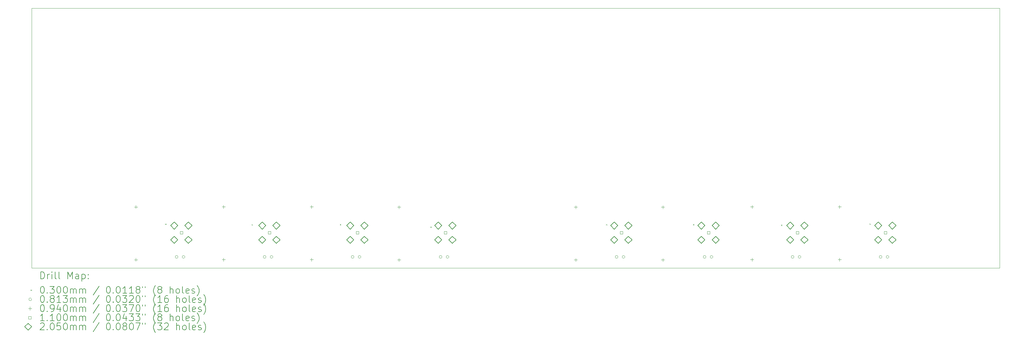
<source format=gbr>
%TF.GenerationSoftware,KiCad,Pcbnew,8.0.8*%
%TF.CreationDate,2025-04-26T15:59:32-07:00*%
%TF.ProjectId,Output Board,4f757470-7574-4204-926f-6172642e6b69,rev?*%
%TF.SameCoordinates,Original*%
%TF.FileFunction,Drillmap*%
%TF.FilePolarity,Positive*%
%FSLAX45Y45*%
G04 Gerber Fmt 4.5, Leading zero omitted, Abs format (unit mm)*
G04 Created by KiCad (PCBNEW 8.0.8) date 2025-04-26 15:59:32*
%MOMM*%
%LPD*%
G01*
G04 APERTURE LIST*
%ADD10C,0.050000*%
%ADD11C,0.200000*%
%ADD12C,0.100000*%
%ADD13C,0.110000*%
%ADD14C,0.205000*%
G04 APERTURE END LIST*
D10*
X34470000Y-10582000D02*
X34470000Y-3082000D01*
X34470000Y-3082000D02*
X6530000Y-3082000D01*
X6530000Y-10582000D02*
X6530000Y-3082000D01*
X6530000Y-10582000D02*
X34470000Y-10582000D01*
D11*
D12*
X10383420Y-9302080D02*
X10413420Y-9332080D01*
X10413420Y-9302080D02*
X10383420Y-9332080D01*
X12875160Y-9319860D02*
X12905160Y-9349860D01*
X12905160Y-9319860D02*
X12875160Y-9349860D01*
X15422780Y-9317320D02*
X15452780Y-9347320D01*
X15452780Y-9317320D02*
X15422780Y-9347320D01*
X18036440Y-9388440D02*
X18066440Y-9418440D01*
X18066440Y-9388440D02*
X18036440Y-9418440D01*
X23106280Y-9317320D02*
X23136280Y-9347320D01*
X23136280Y-9317320D02*
X23106280Y-9347320D01*
X25618340Y-9317320D02*
X25648340Y-9347320D01*
X25648340Y-9317320D02*
X25618340Y-9347320D01*
X28158340Y-9332560D02*
X28188340Y-9362560D01*
X28188340Y-9332560D02*
X28158340Y-9362560D01*
X30708500Y-9299540D02*
X30738500Y-9329540D01*
X30738500Y-9299540D02*
X30708500Y-9329540D01*
X10752140Y-10264500D02*
G75*
G02*
X10670860Y-10264500I-40640J0D01*
G01*
X10670860Y-10264500D02*
G75*
G02*
X10752140Y-10264500I40640J0D01*
G01*
X10952140Y-10264500D02*
G75*
G02*
X10870860Y-10264500I-40640J0D01*
G01*
X10870860Y-10264500D02*
G75*
G02*
X10952140Y-10264500I40640J0D01*
G01*
X13292140Y-10264500D02*
G75*
G02*
X13210860Y-10264500I-40640J0D01*
G01*
X13210860Y-10264500D02*
G75*
G02*
X13292140Y-10264500I40640J0D01*
G01*
X13492140Y-10264500D02*
G75*
G02*
X13410860Y-10264500I-40640J0D01*
G01*
X13410860Y-10264500D02*
G75*
G02*
X13492140Y-10264500I40640J0D01*
G01*
X15832140Y-10264500D02*
G75*
G02*
X15750860Y-10264500I-40640J0D01*
G01*
X15750860Y-10264500D02*
G75*
G02*
X15832140Y-10264500I40640J0D01*
G01*
X16032140Y-10264500D02*
G75*
G02*
X15950860Y-10264500I-40640J0D01*
G01*
X15950860Y-10264500D02*
G75*
G02*
X16032140Y-10264500I40640J0D01*
G01*
X18372140Y-10264500D02*
G75*
G02*
X18290860Y-10264500I-40640J0D01*
G01*
X18290860Y-10264500D02*
G75*
G02*
X18372140Y-10264500I40640J0D01*
G01*
X18572140Y-10264500D02*
G75*
G02*
X18490860Y-10264500I-40640J0D01*
G01*
X18490860Y-10264500D02*
G75*
G02*
X18572140Y-10264500I40640J0D01*
G01*
X23452140Y-10264500D02*
G75*
G02*
X23370860Y-10264500I-40640J0D01*
G01*
X23370860Y-10264500D02*
G75*
G02*
X23452140Y-10264500I40640J0D01*
G01*
X23652140Y-10264500D02*
G75*
G02*
X23570860Y-10264500I-40640J0D01*
G01*
X23570860Y-10264500D02*
G75*
G02*
X23652140Y-10264500I40640J0D01*
G01*
X25992140Y-10264500D02*
G75*
G02*
X25910860Y-10264500I-40640J0D01*
G01*
X25910860Y-10264500D02*
G75*
G02*
X25992140Y-10264500I40640J0D01*
G01*
X26192140Y-10264500D02*
G75*
G02*
X26110860Y-10264500I-40640J0D01*
G01*
X26110860Y-10264500D02*
G75*
G02*
X26192140Y-10264500I40640J0D01*
G01*
X28532140Y-10264500D02*
G75*
G02*
X28450860Y-10264500I-40640J0D01*
G01*
X28450860Y-10264500D02*
G75*
G02*
X28532140Y-10264500I40640J0D01*
G01*
X28732140Y-10264500D02*
G75*
G02*
X28650860Y-10264500I-40640J0D01*
G01*
X28650860Y-10264500D02*
G75*
G02*
X28732140Y-10264500I40640J0D01*
G01*
X31072140Y-10264500D02*
G75*
G02*
X30990860Y-10264500I-40640J0D01*
G01*
X30990860Y-10264500D02*
G75*
G02*
X31072140Y-10264500I40640J0D01*
G01*
X31272140Y-10264500D02*
G75*
G02*
X31190860Y-10264500I-40640J0D01*
G01*
X31190860Y-10264500D02*
G75*
G02*
X31272140Y-10264500I40640J0D01*
G01*
X9537360Y-8774790D02*
X9537360Y-8868770D01*
X9490370Y-8821780D02*
X9584350Y-8821780D01*
X9537360Y-10298790D02*
X9537360Y-10392770D01*
X9490370Y-10345780D02*
X9584350Y-10345780D01*
X12067200Y-8769710D02*
X12067200Y-8863690D01*
X12020210Y-8816700D02*
X12114190Y-8816700D01*
X12067200Y-10293710D02*
X12067200Y-10387690D01*
X12020210Y-10340700D02*
X12114190Y-10340700D01*
X14607200Y-8769710D02*
X14607200Y-8863690D01*
X14560210Y-8816700D02*
X14654190Y-8816700D01*
X14607200Y-10293710D02*
X14607200Y-10387690D01*
X14560210Y-10340700D02*
X14654190Y-10340700D01*
X17131960Y-8779870D02*
X17131960Y-8873850D01*
X17084970Y-8826860D02*
X17178950Y-8826860D01*
X17131960Y-10303870D02*
X17131960Y-10397850D01*
X17084970Y-10350860D02*
X17178950Y-10350860D01*
X22232280Y-8779870D02*
X22232280Y-8873850D01*
X22185290Y-8826860D02*
X22279270Y-8826860D01*
X22232280Y-10303870D02*
X22232280Y-10397850D01*
X22185290Y-10350860D02*
X22279270Y-10350860D01*
X24746880Y-8779870D02*
X24746880Y-8873850D01*
X24699890Y-8826860D02*
X24793870Y-8826860D01*
X24746880Y-10303870D02*
X24746880Y-10397850D01*
X24699890Y-10350860D02*
X24793870Y-10350860D01*
X27319900Y-8769710D02*
X27319900Y-8863690D01*
X27272910Y-8816700D02*
X27366890Y-8816700D01*
X27319900Y-10293710D02*
X27319900Y-10387690D01*
X27272910Y-10340700D02*
X27366890Y-10340700D01*
X29847200Y-8769710D02*
X29847200Y-8863690D01*
X29800210Y-8816700D02*
X29894190Y-8816700D01*
X29847200Y-10293710D02*
X29847200Y-10387690D01*
X29800210Y-10340700D02*
X29894190Y-10340700D01*
D13*
X10886891Y-9604891D02*
X10886891Y-9527109D01*
X10809109Y-9527109D01*
X10809109Y-9604891D01*
X10886891Y-9604891D01*
X13426891Y-9604891D02*
X13426891Y-9527109D01*
X13349109Y-9527109D01*
X13349109Y-9604891D01*
X13426891Y-9604891D01*
X15966891Y-9604891D02*
X15966891Y-9527109D01*
X15889109Y-9527109D01*
X15889109Y-9604891D01*
X15966891Y-9604891D01*
X18506891Y-9604891D02*
X18506891Y-9527109D01*
X18429109Y-9527109D01*
X18429109Y-9604891D01*
X18506891Y-9604891D01*
X23586891Y-9604891D02*
X23586891Y-9527109D01*
X23509109Y-9527109D01*
X23509109Y-9604891D01*
X23586891Y-9604891D01*
X26103891Y-9604891D02*
X26103891Y-9527109D01*
X26026109Y-9527109D01*
X26026109Y-9604891D01*
X26103891Y-9604891D01*
X28666891Y-9604891D02*
X28666891Y-9527109D01*
X28589109Y-9527109D01*
X28589109Y-9604891D01*
X28666891Y-9604891D01*
X31206891Y-9604891D02*
X31206891Y-9527109D01*
X31129109Y-9527109D01*
X31129109Y-9604891D01*
X31206891Y-9604891D01*
D14*
X10643000Y-9463500D02*
X10745500Y-9361000D01*
X10643000Y-9258500D01*
X10540500Y-9361000D01*
X10643000Y-9463500D01*
X10643000Y-9873500D02*
X10745500Y-9771000D01*
X10643000Y-9668500D01*
X10540500Y-9771000D01*
X10643000Y-9873500D01*
X11053000Y-9463500D02*
X11155500Y-9361000D01*
X11053000Y-9258500D01*
X10950500Y-9361000D01*
X11053000Y-9463500D01*
X11053000Y-9873500D02*
X11155500Y-9771000D01*
X11053000Y-9668500D01*
X10950500Y-9771000D01*
X11053000Y-9873500D01*
X13183000Y-9463500D02*
X13285500Y-9361000D01*
X13183000Y-9258500D01*
X13080500Y-9361000D01*
X13183000Y-9463500D01*
X13183000Y-9873500D02*
X13285500Y-9771000D01*
X13183000Y-9668500D01*
X13080500Y-9771000D01*
X13183000Y-9873500D01*
X13593000Y-9463500D02*
X13695500Y-9361000D01*
X13593000Y-9258500D01*
X13490500Y-9361000D01*
X13593000Y-9463500D01*
X13593000Y-9873500D02*
X13695500Y-9771000D01*
X13593000Y-9668500D01*
X13490500Y-9771000D01*
X13593000Y-9873500D01*
X15723000Y-9463500D02*
X15825500Y-9361000D01*
X15723000Y-9258500D01*
X15620500Y-9361000D01*
X15723000Y-9463500D01*
X15723000Y-9873500D02*
X15825500Y-9771000D01*
X15723000Y-9668500D01*
X15620500Y-9771000D01*
X15723000Y-9873500D01*
X16133000Y-9463500D02*
X16235500Y-9361000D01*
X16133000Y-9258500D01*
X16030500Y-9361000D01*
X16133000Y-9463500D01*
X16133000Y-9873500D02*
X16235500Y-9771000D01*
X16133000Y-9668500D01*
X16030500Y-9771000D01*
X16133000Y-9873500D01*
X18263000Y-9463500D02*
X18365500Y-9361000D01*
X18263000Y-9258500D01*
X18160500Y-9361000D01*
X18263000Y-9463500D01*
X18263000Y-9873500D02*
X18365500Y-9771000D01*
X18263000Y-9668500D01*
X18160500Y-9771000D01*
X18263000Y-9873500D01*
X18673000Y-9463500D02*
X18775500Y-9361000D01*
X18673000Y-9258500D01*
X18570500Y-9361000D01*
X18673000Y-9463500D01*
X18673000Y-9873500D02*
X18775500Y-9771000D01*
X18673000Y-9668500D01*
X18570500Y-9771000D01*
X18673000Y-9873500D01*
X23343000Y-9463500D02*
X23445500Y-9361000D01*
X23343000Y-9258500D01*
X23240500Y-9361000D01*
X23343000Y-9463500D01*
X23343000Y-9873500D02*
X23445500Y-9771000D01*
X23343000Y-9668500D01*
X23240500Y-9771000D01*
X23343000Y-9873500D01*
X23753000Y-9463500D02*
X23855500Y-9361000D01*
X23753000Y-9258500D01*
X23650500Y-9361000D01*
X23753000Y-9463500D01*
X23753000Y-9873500D02*
X23855500Y-9771000D01*
X23753000Y-9668500D01*
X23650500Y-9771000D01*
X23753000Y-9873500D01*
X25860000Y-9463500D02*
X25962500Y-9361000D01*
X25860000Y-9258500D01*
X25757500Y-9361000D01*
X25860000Y-9463500D01*
X25860000Y-9873500D02*
X25962500Y-9771000D01*
X25860000Y-9668500D01*
X25757500Y-9771000D01*
X25860000Y-9873500D01*
X26270000Y-9463500D02*
X26372500Y-9361000D01*
X26270000Y-9258500D01*
X26167500Y-9361000D01*
X26270000Y-9463500D01*
X26270000Y-9873500D02*
X26372500Y-9771000D01*
X26270000Y-9668500D01*
X26167500Y-9771000D01*
X26270000Y-9873500D01*
X28423000Y-9463500D02*
X28525500Y-9361000D01*
X28423000Y-9258500D01*
X28320500Y-9361000D01*
X28423000Y-9463500D01*
X28423000Y-9873500D02*
X28525500Y-9771000D01*
X28423000Y-9668500D01*
X28320500Y-9771000D01*
X28423000Y-9873500D01*
X28833000Y-9463500D02*
X28935500Y-9361000D01*
X28833000Y-9258500D01*
X28730500Y-9361000D01*
X28833000Y-9463500D01*
X28833000Y-9873500D02*
X28935500Y-9771000D01*
X28833000Y-9668500D01*
X28730500Y-9771000D01*
X28833000Y-9873500D01*
X30963000Y-9463500D02*
X31065500Y-9361000D01*
X30963000Y-9258500D01*
X30860500Y-9361000D01*
X30963000Y-9463500D01*
X30963000Y-9873500D02*
X31065500Y-9771000D01*
X30963000Y-9668500D01*
X30860500Y-9771000D01*
X30963000Y-9873500D01*
X31373000Y-9463500D02*
X31475500Y-9361000D01*
X31373000Y-9258500D01*
X31270500Y-9361000D01*
X31373000Y-9463500D01*
X31373000Y-9873500D02*
X31475500Y-9771000D01*
X31373000Y-9668500D01*
X31270500Y-9771000D01*
X31373000Y-9873500D01*
D11*
X6788277Y-10895984D02*
X6788277Y-10695984D01*
X6788277Y-10695984D02*
X6835896Y-10695984D01*
X6835896Y-10695984D02*
X6864467Y-10705508D01*
X6864467Y-10705508D02*
X6883515Y-10724555D01*
X6883515Y-10724555D02*
X6893039Y-10743603D01*
X6893039Y-10743603D02*
X6902562Y-10781698D01*
X6902562Y-10781698D02*
X6902562Y-10810270D01*
X6902562Y-10810270D02*
X6893039Y-10848365D01*
X6893039Y-10848365D02*
X6883515Y-10867412D01*
X6883515Y-10867412D02*
X6864467Y-10886460D01*
X6864467Y-10886460D02*
X6835896Y-10895984D01*
X6835896Y-10895984D02*
X6788277Y-10895984D01*
X6988277Y-10895984D02*
X6988277Y-10762650D01*
X6988277Y-10800746D02*
X6997801Y-10781698D01*
X6997801Y-10781698D02*
X7007324Y-10772174D01*
X7007324Y-10772174D02*
X7026372Y-10762650D01*
X7026372Y-10762650D02*
X7045420Y-10762650D01*
X7112086Y-10895984D02*
X7112086Y-10762650D01*
X7112086Y-10695984D02*
X7102562Y-10705508D01*
X7102562Y-10705508D02*
X7112086Y-10715031D01*
X7112086Y-10715031D02*
X7121610Y-10705508D01*
X7121610Y-10705508D02*
X7112086Y-10695984D01*
X7112086Y-10695984D02*
X7112086Y-10715031D01*
X7235896Y-10895984D02*
X7216848Y-10886460D01*
X7216848Y-10886460D02*
X7207324Y-10867412D01*
X7207324Y-10867412D02*
X7207324Y-10695984D01*
X7340658Y-10895984D02*
X7321610Y-10886460D01*
X7321610Y-10886460D02*
X7312086Y-10867412D01*
X7312086Y-10867412D02*
X7312086Y-10695984D01*
X7569229Y-10895984D02*
X7569229Y-10695984D01*
X7569229Y-10695984D02*
X7635896Y-10838841D01*
X7635896Y-10838841D02*
X7702562Y-10695984D01*
X7702562Y-10695984D02*
X7702562Y-10895984D01*
X7883515Y-10895984D02*
X7883515Y-10791222D01*
X7883515Y-10791222D02*
X7873991Y-10772174D01*
X7873991Y-10772174D02*
X7854943Y-10762650D01*
X7854943Y-10762650D02*
X7816848Y-10762650D01*
X7816848Y-10762650D02*
X7797801Y-10772174D01*
X7883515Y-10886460D02*
X7864467Y-10895984D01*
X7864467Y-10895984D02*
X7816848Y-10895984D01*
X7816848Y-10895984D02*
X7797801Y-10886460D01*
X7797801Y-10886460D02*
X7788277Y-10867412D01*
X7788277Y-10867412D02*
X7788277Y-10848365D01*
X7788277Y-10848365D02*
X7797801Y-10829317D01*
X7797801Y-10829317D02*
X7816848Y-10819793D01*
X7816848Y-10819793D02*
X7864467Y-10819793D01*
X7864467Y-10819793D02*
X7883515Y-10810270D01*
X7978753Y-10762650D02*
X7978753Y-10962650D01*
X7978753Y-10772174D02*
X7997801Y-10762650D01*
X7997801Y-10762650D02*
X8035896Y-10762650D01*
X8035896Y-10762650D02*
X8054943Y-10772174D01*
X8054943Y-10772174D02*
X8064467Y-10781698D01*
X8064467Y-10781698D02*
X8073991Y-10800746D01*
X8073991Y-10800746D02*
X8073991Y-10857889D01*
X8073991Y-10857889D02*
X8064467Y-10876936D01*
X8064467Y-10876936D02*
X8054943Y-10886460D01*
X8054943Y-10886460D02*
X8035896Y-10895984D01*
X8035896Y-10895984D02*
X7997801Y-10895984D01*
X7997801Y-10895984D02*
X7978753Y-10886460D01*
X8159705Y-10876936D02*
X8169229Y-10886460D01*
X8169229Y-10886460D02*
X8159705Y-10895984D01*
X8159705Y-10895984D02*
X8150182Y-10886460D01*
X8150182Y-10886460D02*
X8159705Y-10876936D01*
X8159705Y-10876936D02*
X8159705Y-10895984D01*
X8159705Y-10772174D02*
X8169229Y-10781698D01*
X8169229Y-10781698D02*
X8159705Y-10791222D01*
X8159705Y-10791222D02*
X8150182Y-10781698D01*
X8150182Y-10781698D02*
X8159705Y-10772174D01*
X8159705Y-10772174D02*
X8159705Y-10791222D01*
D12*
X6497500Y-11209500D02*
X6527500Y-11239500D01*
X6527500Y-11209500D02*
X6497500Y-11239500D01*
D11*
X6826372Y-11115984D02*
X6845420Y-11115984D01*
X6845420Y-11115984D02*
X6864467Y-11125508D01*
X6864467Y-11125508D02*
X6873991Y-11135031D01*
X6873991Y-11135031D02*
X6883515Y-11154079D01*
X6883515Y-11154079D02*
X6893039Y-11192174D01*
X6893039Y-11192174D02*
X6893039Y-11239793D01*
X6893039Y-11239793D02*
X6883515Y-11277888D01*
X6883515Y-11277888D02*
X6873991Y-11296936D01*
X6873991Y-11296936D02*
X6864467Y-11306460D01*
X6864467Y-11306460D02*
X6845420Y-11315984D01*
X6845420Y-11315984D02*
X6826372Y-11315984D01*
X6826372Y-11315984D02*
X6807324Y-11306460D01*
X6807324Y-11306460D02*
X6797801Y-11296936D01*
X6797801Y-11296936D02*
X6788277Y-11277888D01*
X6788277Y-11277888D02*
X6778753Y-11239793D01*
X6778753Y-11239793D02*
X6778753Y-11192174D01*
X6778753Y-11192174D02*
X6788277Y-11154079D01*
X6788277Y-11154079D02*
X6797801Y-11135031D01*
X6797801Y-11135031D02*
X6807324Y-11125508D01*
X6807324Y-11125508D02*
X6826372Y-11115984D01*
X6978753Y-11296936D02*
X6988277Y-11306460D01*
X6988277Y-11306460D02*
X6978753Y-11315984D01*
X6978753Y-11315984D02*
X6969229Y-11306460D01*
X6969229Y-11306460D02*
X6978753Y-11296936D01*
X6978753Y-11296936D02*
X6978753Y-11315984D01*
X7054943Y-11115984D02*
X7178753Y-11115984D01*
X7178753Y-11115984D02*
X7112086Y-11192174D01*
X7112086Y-11192174D02*
X7140658Y-11192174D01*
X7140658Y-11192174D02*
X7159705Y-11201698D01*
X7159705Y-11201698D02*
X7169229Y-11211222D01*
X7169229Y-11211222D02*
X7178753Y-11230269D01*
X7178753Y-11230269D02*
X7178753Y-11277888D01*
X7178753Y-11277888D02*
X7169229Y-11296936D01*
X7169229Y-11296936D02*
X7159705Y-11306460D01*
X7159705Y-11306460D02*
X7140658Y-11315984D01*
X7140658Y-11315984D02*
X7083515Y-11315984D01*
X7083515Y-11315984D02*
X7064467Y-11306460D01*
X7064467Y-11306460D02*
X7054943Y-11296936D01*
X7302562Y-11115984D02*
X7321610Y-11115984D01*
X7321610Y-11115984D02*
X7340658Y-11125508D01*
X7340658Y-11125508D02*
X7350182Y-11135031D01*
X7350182Y-11135031D02*
X7359705Y-11154079D01*
X7359705Y-11154079D02*
X7369229Y-11192174D01*
X7369229Y-11192174D02*
X7369229Y-11239793D01*
X7369229Y-11239793D02*
X7359705Y-11277888D01*
X7359705Y-11277888D02*
X7350182Y-11296936D01*
X7350182Y-11296936D02*
X7340658Y-11306460D01*
X7340658Y-11306460D02*
X7321610Y-11315984D01*
X7321610Y-11315984D02*
X7302562Y-11315984D01*
X7302562Y-11315984D02*
X7283515Y-11306460D01*
X7283515Y-11306460D02*
X7273991Y-11296936D01*
X7273991Y-11296936D02*
X7264467Y-11277888D01*
X7264467Y-11277888D02*
X7254943Y-11239793D01*
X7254943Y-11239793D02*
X7254943Y-11192174D01*
X7254943Y-11192174D02*
X7264467Y-11154079D01*
X7264467Y-11154079D02*
X7273991Y-11135031D01*
X7273991Y-11135031D02*
X7283515Y-11125508D01*
X7283515Y-11125508D02*
X7302562Y-11115984D01*
X7493039Y-11115984D02*
X7512086Y-11115984D01*
X7512086Y-11115984D02*
X7531134Y-11125508D01*
X7531134Y-11125508D02*
X7540658Y-11135031D01*
X7540658Y-11135031D02*
X7550182Y-11154079D01*
X7550182Y-11154079D02*
X7559705Y-11192174D01*
X7559705Y-11192174D02*
X7559705Y-11239793D01*
X7559705Y-11239793D02*
X7550182Y-11277888D01*
X7550182Y-11277888D02*
X7540658Y-11296936D01*
X7540658Y-11296936D02*
X7531134Y-11306460D01*
X7531134Y-11306460D02*
X7512086Y-11315984D01*
X7512086Y-11315984D02*
X7493039Y-11315984D01*
X7493039Y-11315984D02*
X7473991Y-11306460D01*
X7473991Y-11306460D02*
X7464467Y-11296936D01*
X7464467Y-11296936D02*
X7454943Y-11277888D01*
X7454943Y-11277888D02*
X7445420Y-11239793D01*
X7445420Y-11239793D02*
X7445420Y-11192174D01*
X7445420Y-11192174D02*
X7454943Y-11154079D01*
X7454943Y-11154079D02*
X7464467Y-11135031D01*
X7464467Y-11135031D02*
X7473991Y-11125508D01*
X7473991Y-11125508D02*
X7493039Y-11115984D01*
X7645420Y-11315984D02*
X7645420Y-11182650D01*
X7645420Y-11201698D02*
X7654943Y-11192174D01*
X7654943Y-11192174D02*
X7673991Y-11182650D01*
X7673991Y-11182650D02*
X7702563Y-11182650D01*
X7702563Y-11182650D02*
X7721610Y-11192174D01*
X7721610Y-11192174D02*
X7731134Y-11211222D01*
X7731134Y-11211222D02*
X7731134Y-11315984D01*
X7731134Y-11211222D02*
X7740658Y-11192174D01*
X7740658Y-11192174D02*
X7759705Y-11182650D01*
X7759705Y-11182650D02*
X7788277Y-11182650D01*
X7788277Y-11182650D02*
X7807324Y-11192174D01*
X7807324Y-11192174D02*
X7816848Y-11211222D01*
X7816848Y-11211222D02*
X7816848Y-11315984D01*
X7912086Y-11315984D02*
X7912086Y-11182650D01*
X7912086Y-11201698D02*
X7921610Y-11192174D01*
X7921610Y-11192174D02*
X7940658Y-11182650D01*
X7940658Y-11182650D02*
X7969229Y-11182650D01*
X7969229Y-11182650D02*
X7988277Y-11192174D01*
X7988277Y-11192174D02*
X7997801Y-11211222D01*
X7997801Y-11211222D02*
X7997801Y-11315984D01*
X7997801Y-11211222D02*
X8007324Y-11192174D01*
X8007324Y-11192174D02*
X8026372Y-11182650D01*
X8026372Y-11182650D02*
X8054943Y-11182650D01*
X8054943Y-11182650D02*
X8073991Y-11192174D01*
X8073991Y-11192174D02*
X8083515Y-11211222D01*
X8083515Y-11211222D02*
X8083515Y-11315984D01*
X8473991Y-11106460D02*
X8302563Y-11363603D01*
X8731134Y-11115984D02*
X8750182Y-11115984D01*
X8750182Y-11115984D02*
X8769229Y-11125508D01*
X8769229Y-11125508D02*
X8778753Y-11135031D01*
X8778753Y-11135031D02*
X8788277Y-11154079D01*
X8788277Y-11154079D02*
X8797801Y-11192174D01*
X8797801Y-11192174D02*
X8797801Y-11239793D01*
X8797801Y-11239793D02*
X8788277Y-11277888D01*
X8788277Y-11277888D02*
X8778753Y-11296936D01*
X8778753Y-11296936D02*
X8769229Y-11306460D01*
X8769229Y-11306460D02*
X8750182Y-11315984D01*
X8750182Y-11315984D02*
X8731134Y-11315984D01*
X8731134Y-11315984D02*
X8712087Y-11306460D01*
X8712087Y-11306460D02*
X8702563Y-11296936D01*
X8702563Y-11296936D02*
X8693039Y-11277888D01*
X8693039Y-11277888D02*
X8683515Y-11239793D01*
X8683515Y-11239793D02*
X8683515Y-11192174D01*
X8683515Y-11192174D02*
X8693039Y-11154079D01*
X8693039Y-11154079D02*
X8702563Y-11135031D01*
X8702563Y-11135031D02*
X8712087Y-11125508D01*
X8712087Y-11125508D02*
X8731134Y-11115984D01*
X8883515Y-11296936D02*
X8893039Y-11306460D01*
X8893039Y-11306460D02*
X8883515Y-11315984D01*
X8883515Y-11315984D02*
X8873991Y-11306460D01*
X8873991Y-11306460D02*
X8883515Y-11296936D01*
X8883515Y-11296936D02*
X8883515Y-11315984D01*
X9016848Y-11115984D02*
X9035896Y-11115984D01*
X9035896Y-11115984D02*
X9054944Y-11125508D01*
X9054944Y-11125508D02*
X9064468Y-11135031D01*
X9064468Y-11135031D02*
X9073991Y-11154079D01*
X9073991Y-11154079D02*
X9083515Y-11192174D01*
X9083515Y-11192174D02*
X9083515Y-11239793D01*
X9083515Y-11239793D02*
X9073991Y-11277888D01*
X9073991Y-11277888D02*
X9064468Y-11296936D01*
X9064468Y-11296936D02*
X9054944Y-11306460D01*
X9054944Y-11306460D02*
X9035896Y-11315984D01*
X9035896Y-11315984D02*
X9016848Y-11315984D01*
X9016848Y-11315984D02*
X8997801Y-11306460D01*
X8997801Y-11306460D02*
X8988277Y-11296936D01*
X8988277Y-11296936D02*
X8978753Y-11277888D01*
X8978753Y-11277888D02*
X8969229Y-11239793D01*
X8969229Y-11239793D02*
X8969229Y-11192174D01*
X8969229Y-11192174D02*
X8978753Y-11154079D01*
X8978753Y-11154079D02*
X8988277Y-11135031D01*
X8988277Y-11135031D02*
X8997801Y-11125508D01*
X8997801Y-11125508D02*
X9016848Y-11115984D01*
X9273991Y-11315984D02*
X9159706Y-11315984D01*
X9216848Y-11315984D02*
X9216848Y-11115984D01*
X9216848Y-11115984D02*
X9197801Y-11144555D01*
X9197801Y-11144555D02*
X9178753Y-11163603D01*
X9178753Y-11163603D02*
X9159706Y-11173127D01*
X9464468Y-11315984D02*
X9350182Y-11315984D01*
X9407325Y-11315984D02*
X9407325Y-11115984D01*
X9407325Y-11115984D02*
X9388277Y-11144555D01*
X9388277Y-11144555D02*
X9369229Y-11163603D01*
X9369229Y-11163603D02*
X9350182Y-11173127D01*
X9578753Y-11201698D02*
X9559706Y-11192174D01*
X9559706Y-11192174D02*
X9550182Y-11182650D01*
X9550182Y-11182650D02*
X9540658Y-11163603D01*
X9540658Y-11163603D02*
X9540658Y-11154079D01*
X9540658Y-11154079D02*
X9550182Y-11135031D01*
X9550182Y-11135031D02*
X9559706Y-11125508D01*
X9559706Y-11125508D02*
X9578753Y-11115984D01*
X9578753Y-11115984D02*
X9616849Y-11115984D01*
X9616849Y-11115984D02*
X9635896Y-11125508D01*
X9635896Y-11125508D02*
X9645420Y-11135031D01*
X9645420Y-11135031D02*
X9654944Y-11154079D01*
X9654944Y-11154079D02*
X9654944Y-11163603D01*
X9654944Y-11163603D02*
X9645420Y-11182650D01*
X9645420Y-11182650D02*
X9635896Y-11192174D01*
X9635896Y-11192174D02*
X9616849Y-11201698D01*
X9616849Y-11201698D02*
X9578753Y-11201698D01*
X9578753Y-11201698D02*
X9559706Y-11211222D01*
X9559706Y-11211222D02*
X9550182Y-11220746D01*
X9550182Y-11220746D02*
X9540658Y-11239793D01*
X9540658Y-11239793D02*
X9540658Y-11277888D01*
X9540658Y-11277888D02*
X9550182Y-11296936D01*
X9550182Y-11296936D02*
X9559706Y-11306460D01*
X9559706Y-11306460D02*
X9578753Y-11315984D01*
X9578753Y-11315984D02*
X9616849Y-11315984D01*
X9616849Y-11315984D02*
X9635896Y-11306460D01*
X9635896Y-11306460D02*
X9645420Y-11296936D01*
X9645420Y-11296936D02*
X9654944Y-11277888D01*
X9654944Y-11277888D02*
X9654944Y-11239793D01*
X9654944Y-11239793D02*
X9645420Y-11220746D01*
X9645420Y-11220746D02*
X9635896Y-11211222D01*
X9635896Y-11211222D02*
X9616849Y-11201698D01*
X9731134Y-11115984D02*
X9731134Y-11154079D01*
X9807325Y-11115984D02*
X9807325Y-11154079D01*
X10102563Y-11392174D02*
X10093039Y-11382650D01*
X10093039Y-11382650D02*
X10073991Y-11354079D01*
X10073991Y-11354079D02*
X10064468Y-11335031D01*
X10064468Y-11335031D02*
X10054944Y-11306460D01*
X10054944Y-11306460D02*
X10045420Y-11258841D01*
X10045420Y-11258841D02*
X10045420Y-11220746D01*
X10045420Y-11220746D02*
X10054944Y-11173127D01*
X10054944Y-11173127D02*
X10064468Y-11144555D01*
X10064468Y-11144555D02*
X10073991Y-11125508D01*
X10073991Y-11125508D02*
X10093039Y-11096936D01*
X10093039Y-11096936D02*
X10102563Y-11087412D01*
X10207325Y-11201698D02*
X10188277Y-11192174D01*
X10188277Y-11192174D02*
X10178753Y-11182650D01*
X10178753Y-11182650D02*
X10169230Y-11163603D01*
X10169230Y-11163603D02*
X10169230Y-11154079D01*
X10169230Y-11154079D02*
X10178753Y-11135031D01*
X10178753Y-11135031D02*
X10188277Y-11125508D01*
X10188277Y-11125508D02*
X10207325Y-11115984D01*
X10207325Y-11115984D02*
X10245420Y-11115984D01*
X10245420Y-11115984D02*
X10264468Y-11125508D01*
X10264468Y-11125508D02*
X10273991Y-11135031D01*
X10273991Y-11135031D02*
X10283515Y-11154079D01*
X10283515Y-11154079D02*
X10283515Y-11163603D01*
X10283515Y-11163603D02*
X10273991Y-11182650D01*
X10273991Y-11182650D02*
X10264468Y-11192174D01*
X10264468Y-11192174D02*
X10245420Y-11201698D01*
X10245420Y-11201698D02*
X10207325Y-11201698D01*
X10207325Y-11201698D02*
X10188277Y-11211222D01*
X10188277Y-11211222D02*
X10178753Y-11220746D01*
X10178753Y-11220746D02*
X10169230Y-11239793D01*
X10169230Y-11239793D02*
X10169230Y-11277888D01*
X10169230Y-11277888D02*
X10178753Y-11296936D01*
X10178753Y-11296936D02*
X10188277Y-11306460D01*
X10188277Y-11306460D02*
X10207325Y-11315984D01*
X10207325Y-11315984D02*
X10245420Y-11315984D01*
X10245420Y-11315984D02*
X10264468Y-11306460D01*
X10264468Y-11306460D02*
X10273991Y-11296936D01*
X10273991Y-11296936D02*
X10283515Y-11277888D01*
X10283515Y-11277888D02*
X10283515Y-11239793D01*
X10283515Y-11239793D02*
X10273991Y-11220746D01*
X10273991Y-11220746D02*
X10264468Y-11211222D01*
X10264468Y-11211222D02*
X10245420Y-11201698D01*
X10521611Y-11315984D02*
X10521611Y-11115984D01*
X10607325Y-11315984D02*
X10607325Y-11211222D01*
X10607325Y-11211222D02*
X10597801Y-11192174D01*
X10597801Y-11192174D02*
X10578753Y-11182650D01*
X10578753Y-11182650D02*
X10550182Y-11182650D01*
X10550182Y-11182650D02*
X10531134Y-11192174D01*
X10531134Y-11192174D02*
X10521611Y-11201698D01*
X10731134Y-11315984D02*
X10712087Y-11306460D01*
X10712087Y-11306460D02*
X10702563Y-11296936D01*
X10702563Y-11296936D02*
X10693039Y-11277888D01*
X10693039Y-11277888D02*
X10693039Y-11220746D01*
X10693039Y-11220746D02*
X10702563Y-11201698D01*
X10702563Y-11201698D02*
X10712087Y-11192174D01*
X10712087Y-11192174D02*
X10731134Y-11182650D01*
X10731134Y-11182650D02*
X10759706Y-11182650D01*
X10759706Y-11182650D02*
X10778753Y-11192174D01*
X10778753Y-11192174D02*
X10788277Y-11201698D01*
X10788277Y-11201698D02*
X10797801Y-11220746D01*
X10797801Y-11220746D02*
X10797801Y-11277888D01*
X10797801Y-11277888D02*
X10788277Y-11296936D01*
X10788277Y-11296936D02*
X10778753Y-11306460D01*
X10778753Y-11306460D02*
X10759706Y-11315984D01*
X10759706Y-11315984D02*
X10731134Y-11315984D01*
X10912087Y-11315984D02*
X10893039Y-11306460D01*
X10893039Y-11306460D02*
X10883515Y-11287412D01*
X10883515Y-11287412D02*
X10883515Y-11115984D01*
X11064468Y-11306460D02*
X11045420Y-11315984D01*
X11045420Y-11315984D02*
X11007325Y-11315984D01*
X11007325Y-11315984D02*
X10988277Y-11306460D01*
X10988277Y-11306460D02*
X10978753Y-11287412D01*
X10978753Y-11287412D02*
X10978753Y-11211222D01*
X10978753Y-11211222D02*
X10988277Y-11192174D01*
X10988277Y-11192174D02*
X11007325Y-11182650D01*
X11007325Y-11182650D02*
X11045420Y-11182650D01*
X11045420Y-11182650D02*
X11064468Y-11192174D01*
X11064468Y-11192174D02*
X11073992Y-11211222D01*
X11073992Y-11211222D02*
X11073992Y-11230269D01*
X11073992Y-11230269D02*
X10978753Y-11249317D01*
X11150182Y-11306460D02*
X11169230Y-11315984D01*
X11169230Y-11315984D02*
X11207325Y-11315984D01*
X11207325Y-11315984D02*
X11226372Y-11306460D01*
X11226372Y-11306460D02*
X11235896Y-11287412D01*
X11235896Y-11287412D02*
X11235896Y-11277888D01*
X11235896Y-11277888D02*
X11226372Y-11258841D01*
X11226372Y-11258841D02*
X11207325Y-11249317D01*
X11207325Y-11249317D02*
X11178753Y-11249317D01*
X11178753Y-11249317D02*
X11159706Y-11239793D01*
X11159706Y-11239793D02*
X11150182Y-11220746D01*
X11150182Y-11220746D02*
X11150182Y-11211222D01*
X11150182Y-11211222D02*
X11159706Y-11192174D01*
X11159706Y-11192174D02*
X11178753Y-11182650D01*
X11178753Y-11182650D02*
X11207325Y-11182650D01*
X11207325Y-11182650D02*
X11226372Y-11192174D01*
X11302563Y-11392174D02*
X11312087Y-11382650D01*
X11312087Y-11382650D02*
X11331134Y-11354079D01*
X11331134Y-11354079D02*
X11340658Y-11335031D01*
X11340658Y-11335031D02*
X11350182Y-11306460D01*
X11350182Y-11306460D02*
X11359706Y-11258841D01*
X11359706Y-11258841D02*
X11359706Y-11220746D01*
X11359706Y-11220746D02*
X11350182Y-11173127D01*
X11350182Y-11173127D02*
X11340658Y-11144555D01*
X11340658Y-11144555D02*
X11331134Y-11125508D01*
X11331134Y-11125508D02*
X11312087Y-11096936D01*
X11312087Y-11096936D02*
X11302563Y-11087412D01*
D12*
X6527500Y-11488500D02*
G75*
G02*
X6446220Y-11488500I-40640J0D01*
G01*
X6446220Y-11488500D02*
G75*
G02*
X6527500Y-11488500I40640J0D01*
G01*
D11*
X6826372Y-11379984D02*
X6845420Y-11379984D01*
X6845420Y-11379984D02*
X6864467Y-11389508D01*
X6864467Y-11389508D02*
X6873991Y-11399031D01*
X6873991Y-11399031D02*
X6883515Y-11418079D01*
X6883515Y-11418079D02*
X6893039Y-11456174D01*
X6893039Y-11456174D02*
X6893039Y-11503793D01*
X6893039Y-11503793D02*
X6883515Y-11541888D01*
X6883515Y-11541888D02*
X6873991Y-11560936D01*
X6873991Y-11560936D02*
X6864467Y-11570460D01*
X6864467Y-11570460D02*
X6845420Y-11579984D01*
X6845420Y-11579984D02*
X6826372Y-11579984D01*
X6826372Y-11579984D02*
X6807324Y-11570460D01*
X6807324Y-11570460D02*
X6797801Y-11560936D01*
X6797801Y-11560936D02*
X6788277Y-11541888D01*
X6788277Y-11541888D02*
X6778753Y-11503793D01*
X6778753Y-11503793D02*
X6778753Y-11456174D01*
X6778753Y-11456174D02*
X6788277Y-11418079D01*
X6788277Y-11418079D02*
X6797801Y-11399031D01*
X6797801Y-11399031D02*
X6807324Y-11389508D01*
X6807324Y-11389508D02*
X6826372Y-11379984D01*
X6978753Y-11560936D02*
X6988277Y-11570460D01*
X6988277Y-11570460D02*
X6978753Y-11579984D01*
X6978753Y-11579984D02*
X6969229Y-11570460D01*
X6969229Y-11570460D02*
X6978753Y-11560936D01*
X6978753Y-11560936D02*
X6978753Y-11579984D01*
X7102562Y-11465698D02*
X7083515Y-11456174D01*
X7083515Y-11456174D02*
X7073991Y-11446650D01*
X7073991Y-11446650D02*
X7064467Y-11427603D01*
X7064467Y-11427603D02*
X7064467Y-11418079D01*
X7064467Y-11418079D02*
X7073991Y-11399031D01*
X7073991Y-11399031D02*
X7083515Y-11389508D01*
X7083515Y-11389508D02*
X7102562Y-11379984D01*
X7102562Y-11379984D02*
X7140658Y-11379984D01*
X7140658Y-11379984D02*
X7159705Y-11389508D01*
X7159705Y-11389508D02*
X7169229Y-11399031D01*
X7169229Y-11399031D02*
X7178753Y-11418079D01*
X7178753Y-11418079D02*
X7178753Y-11427603D01*
X7178753Y-11427603D02*
X7169229Y-11446650D01*
X7169229Y-11446650D02*
X7159705Y-11456174D01*
X7159705Y-11456174D02*
X7140658Y-11465698D01*
X7140658Y-11465698D02*
X7102562Y-11465698D01*
X7102562Y-11465698D02*
X7083515Y-11475222D01*
X7083515Y-11475222D02*
X7073991Y-11484746D01*
X7073991Y-11484746D02*
X7064467Y-11503793D01*
X7064467Y-11503793D02*
X7064467Y-11541888D01*
X7064467Y-11541888D02*
X7073991Y-11560936D01*
X7073991Y-11560936D02*
X7083515Y-11570460D01*
X7083515Y-11570460D02*
X7102562Y-11579984D01*
X7102562Y-11579984D02*
X7140658Y-11579984D01*
X7140658Y-11579984D02*
X7159705Y-11570460D01*
X7159705Y-11570460D02*
X7169229Y-11560936D01*
X7169229Y-11560936D02*
X7178753Y-11541888D01*
X7178753Y-11541888D02*
X7178753Y-11503793D01*
X7178753Y-11503793D02*
X7169229Y-11484746D01*
X7169229Y-11484746D02*
X7159705Y-11475222D01*
X7159705Y-11475222D02*
X7140658Y-11465698D01*
X7369229Y-11579984D02*
X7254943Y-11579984D01*
X7312086Y-11579984D02*
X7312086Y-11379984D01*
X7312086Y-11379984D02*
X7293039Y-11408555D01*
X7293039Y-11408555D02*
X7273991Y-11427603D01*
X7273991Y-11427603D02*
X7254943Y-11437127D01*
X7435896Y-11379984D02*
X7559705Y-11379984D01*
X7559705Y-11379984D02*
X7493039Y-11456174D01*
X7493039Y-11456174D02*
X7521610Y-11456174D01*
X7521610Y-11456174D02*
X7540658Y-11465698D01*
X7540658Y-11465698D02*
X7550182Y-11475222D01*
X7550182Y-11475222D02*
X7559705Y-11494269D01*
X7559705Y-11494269D02*
X7559705Y-11541888D01*
X7559705Y-11541888D02*
X7550182Y-11560936D01*
X7550182Y-11560936D02*
X7540658Y-11570460D01*
X7540658Y-11570460D02*
X7521610Y-11579984D01*
X7521610Y-11579984D02*
X7464467Y-11579984D01*
X7464467Y-11579984D02*
X7445420Y-11570460D01*
X7445420Y-11570460D02*
X7435896Y-11560936D01*
X7645420Y-11579984D02*
X7645420Y-11446650D01*
X7645420Y-11465698D02*
X7654943Y-11456174D01*
X7654943Y-11456174D02*
X7673991Y-11446650D01*
X7673991Y-11446650D02*
X7702563Y-11446650D01*
X7702563Y-11446650D02*
X7721610Y-11456174D01*
X7721610Y-11456174D02*
X7731134Y-11475222D01*
X7731134Y-11475222D02*
X7731134Y-11579984D01*
X7731134Y-11475222D02*
X7740658Y-11456174D01*
X7740658Y-11456174D02*
X7759705Y-11446650D01*
X7759705Y-11446650D02*
X7788277Y-11446650D01*
X7788277Y-11446650D02*
X7807324Y-11456174D01*
X7807324Y-11456174D02*
X7816848Y-11475222D01*
X7816848Y-11475222D02*
X7816848Y-11579984D01*
X7912086Y-11579984D02*
X7912086Y-11446650D01*
X7912086Y-11465698D02*
X7921610Y-11456174D01*
X7921610Y-11456174D02*
X7940658Y-11446650D01*
X7940658Y-11446650D02*
X7969229Y-11446650D01*
X7969229Y-11446650D02*
X7988277Y-11456174D01*
X7988277Y-11456174D02*
X7997801Y-11475222D01*
X7997801Y-11475222D02*
X7997801Y-11579984D01*
X7997801Y-11475222D02*
X8007324Y-11456174D01*
X8007324Y-11456174D02*
X8026372Y-11446650D01*
X8026372Y-11446650D02*
X8054943Y-11446650D01*
X8054943Y-11446650D02*
X8073991Y-11456174D01*
X8073991Y-11456174D02*
X8083515Y-11475222D01*
X8083515Y-11475222D02*
X8083515Y-11579984D01*
X8473991Y-11370460D02*
X8302563Y-11627603D01*
X8731134Y-11379984D02*
X8750182Y-11379984D01*
X8750182Y-11379984D02*
X8769229Y-11389508D01*
X8769229Y-11389508D02*
X8778753Y-11399031D01*
X8778753Y-11399031D02*
X8788277Y-11418079D01*
X8788277Y-11418079D02*
X8797801Y-11456174D01*
X8797801Y-11456174D02*
X8797801Y-11503793D01*
X8797801Y-11503793D02*
X8788277Y-11541888D01*
X8788277Y-11541888D02*
X8778753Y-11560936D01*
X8778753Y-11560936D02*
X8769229Y-11570460D01*
X8769229Y-11570460D02*
X8750182Y-11579984D01*
X8750182Y-11579984D02*
X8731134Y-11579984D01*
X8731134Y-11579984D02*
X8712087Y-11570460D01*
X8712087Y-11570460D02*
X8702563Y-11560936D01*
X8702563Y-11560936D02*
X8693039Y-11541888D01*
X8693039Y-11541888D02*
X8683515Y-11503793D01*
X8683515Y-11503793D02*
X8683515Y-11456174D01*
X8683515Y-11456174D02*
X8693039Y-11418079D01*
X8693039Y-11418079D02*
X8702563Y-11399031D01*
X8702563Y-11399031D02*
X8712087Y-11389508D01*
X8712087Y-11389508D02*
X8731134Y-11379984D01*
X8883515Y-11560936D02*
X8893039Y-11570460D01*
X8893039Y-11570460D02*
X8883515Y-11579984D01*
X8883515Y-11579984D02*
X8873991Y-11570460D01*
X8873991Y-11570460D02*
X8883515Y-11560936D01*
X8883515Y-11560936D02*
X8883515Y-11579984D01*
X9016848Y-11379984D02*
X9035896Y-11379984D01*
X9035896Y-11379984D02*
X9054944Y-11389508D01*
X9054944Y-11389508D02*
X9064468Y-11399031D01*
X9064468Y-11399031D02*
X9073991Y-11418079D01*
X9073991Y-11418079D02*
X9083515Y-11456174D01*
X9083515Y-11456174D02*
X9083515Y-11503793D01*
X9083515Y-11503793D02*
X9073991Y-11541888D01*
X9073991Y-11541888D02*
X9064468Y-11560936D01*
X9064468Y-11560936D02*
X9054944Y-11570460D01*
X9054944Y-11570460D02*
X9035896Y-11579984D01*
X9035896Y-11579984D02*
X9016848Y-11579984D01*
X9016848Y-11579984D02*
X8997801Y-11570460D01*
X8997801Y-11570460D02*
X8988277Y-11560936D01*
X8988277Y-11560936D02*
X8978753Y-11541888D01*
X8978753Y-11541888D02*
X8969229Y-11503793D01*
X8969229Y-11503793D02*
X8969229Y-11456174D01*
X8969229Y-11456174D02*
X8978753Y-11418079D01*
X8978753Y-11418079D02*
X8988277Y-11399031D01*
X8988277Y-11399031D02*
X8997801Y-11389508D01*
X8997801Y-11389508D02*
X9016848Y-11379984D01*
X9150182Y-11379984D02*
X9273991Y-11379984D01*
X9273991Y-11379984D02*
X9207325Y-11456174D01*
X9207325Y-11456174D02*
X9235896Y-11456174D01*
X9235896Y-11456174D02*
X9254944Y-11465698D01*
X9254944Y-11465698D02*
X9264468Y-11475222D01*
X9264468Y-11475222D02*
X9273991Y-11494269D01*
X9273991Y-11494269D02*
X9273991Y-11541888D01*
X9273991Y-11541888D02*
X9264468Y-11560936D01*
X9264468Y-11560936D02*
X9254944Y-11570460D01*
X9254944Y-11570460D02*
X9235896Y-11579984D01*
X9235896Y-11579984D02*
X9178753Y-11579984D01*
X9178753Y-11579984D02*
X9159706Y-11570460D01*
X9159706Y-11570460D02*
X9150182Y-11560936D01*
X9350182Y-11399031D02*
X9359706Y-11389508D01*
X9359706Y-11389508D02*
X9378753Y-11379984D01*
X9378753Y-11379984D02*
X9426372Y-11379984D01*
X9426372Y-11379984D02*
X9445420Y-11389508D01*
X9445420Y-11389508D02*
X9454944Y-11399031D01*
X9454944Y-11399031D02*
X9464468Y-11418079D01*
X9464468Y-11418079D02*
X9464468Y-11437127D01*
X9464468Y-11437127D02*
X9454944Y-11465698D01*
X9454944Y-11465698D02*
X9340658Y-11579984D01*
X9340658Y-11579984D02*
X9464468Y-11579984D01*
X9588277Y-11379984D02*
X9607325Y-11379984D01*
X9607325Y-11379984D02*
X9626372Y-11389508D01*
X9626372Y-11389508D02*
X9635896Y-11399031D01*
X9635896Y-11399031D02*
X9645420Y-11418079D01*
X9645420Y-11418079D02*
X9654944Y-11456174D01*
X9654944Y-11456174D02*
X9654944Y-11503793D01*
X9654944Y-11503793D02*
X9645420Y-11541888D01*
X9645420Y-11541888D02*
X9635896Y-11560936D01*
X9635896Y-11560936D02*
X9626372Y-11570460D01*
X9626372Y-11570460D02*
X9607325Y-11579984D01*
X9607325Y-11579984D02*
X9588277Y-11579984D01*
X9588277Y-11579984D02*
X9569229Y-11570460D01*
X9569229Y-11570460D02*
X9559706Y-11560936D01*
X9559706Y-11560936D02*
X9550182Y-11541888D01*
X9550182Y-11541888D02*
X9540658Y-11503793D01*
X9540658Y-11503793D02*
X9540658Y-11456174D01*
X9540658Y-11456174D02*
X9550182Y-11418079D01*
X9550182Y-11418079D02*
X9559706Y-11399031D01*
X9559706Y-11399031D02*
X9569229Y-11389508D01*
X9569229Y-11389508D02*
X9588277Y-11379984D01*
X9731134Y-11379984D02*
X9731134Y-11418079D01*
X9807325Y-11379984D02*
X9807325Y-11418079D01*
X10102563Y-11656174D02*
X10093039Y-11646650D01*
X10093039Y-11646650D02*
X10073991Y-11618079D01*
X10073991Y-11618079D02*
X10064468Y-11599031D01*
X10064468Y-11599031D02*
X10054944Y-11570460D01*
X10054944Y-11570460D02*
X10045420Y-11522841D01*
X10045420Y-11522841D02*
X10045420Y-11484746D01*
X10045420Y-11484746D02*
X10054944Y-11437127D01*
X10054944Y-11437127D02*
X10064468Y-11408555D01*
X10064468Y-11408555D02*
X10073991Y-11389508D01*
X10073991Y-11389508D02*
X10093039Y-11360936D01*
X10093039Y-11360936D02*
X10102563Y-11351412D01*
X10283515Y-11579984D02*
X10169230Y-11579984D01*
X10226372Y-11579984D02*
X10226372Y-11379984D01*
X10226372Y-11379984D02*
X10207325Y-11408555D01*
X10207325Y-11408555D02*
X10188277Y-11427603D01*
X10188277Y-11427603D02*
X10169230Y-11437127D01*
X10454944Y-11379984D02*
X10416849Y-11379984D01*
X10416849Y-11379984D02*
X10397801Y-11389508D01*
X10397801Y-11389508D02*
X10388277Y-11399031D01*
X10388277Y-11399031D02*
X10369230Y-11427603D01*
X10369230Y-11427603D02*
X10359706Y-11465698D01*
X10359706Y-11465698D02*
X10359706Y-11541888D01*
X10359706Y-11541888D02*
X10369230Y-11560936D01*
X10369230Y-11560936D02*
X10378753Y-11570460D01*
X10378753Y-11570460D02*
X10397801Y-11579984D01*
X10397801Y-11579984D02*
X10435896Y-11579984D01*
X10435896Y-11579984D02*
X10454944Y-11570460D01*
X10454944Y-11570460D02*
X10464468Y-11560936D01*
X10464468Y-11560936D02*
X10473991Y-11541888D01*
X10473991Y-11541888D02*
X10473991Y-11494269D01*
X10473991Y-11494269D02*
X10464468Y-11475222D01*
X10464468Y-11475222D02*
X10454944Y-11465698D01*
X10454944Y-11465698D02*
X10435896Y-11456174D01*
X10435896Y-11456174D02*
X10397801Y-11456174D01*
X10397801Y-11456174D02*
X10378753Y-11465698D01*
X10378753Y-11465698D02*
X10369230Y-11475222D01*
X10369230Y-11475222D02*
X10359706Y-11494269D01*
X10712087Y-11579984D02*
X10712087Y-11379984D01*
X10797801Y-11579984D02*
X10797801Y-11475222D01*
X10797801Y-11475222D02*
X10788277Y-11456174D01*
X10788277Y-11456174D02*
X10769230Y-11446650D01*
X10769230Y-11446650D02*
X10740658Y-11446650D01*
X10740658Y-11446650D02*
X10721611Y-11456174D01*
X10721611Y-11456174D02*
X10712087Y-11465698D01*
X10921611Y-11579984D02*
X10902563Y-11570460D01*
X10902563Y-11570460D02*
X10893039Y-11560936D01*
X10893039Y-11560936D02*
X10883515Y-11541888D01*
X10883515Y-11541888D02*
X10883515Y-11484746D01*
X10883515Y-11484746D02*
X10893039Y-11465698D01*
X10893039Y-11465698D02*
X10902563Y-11456174D01*
X10902563Y-11456174D02*
X10921611Y-11446650D01*
X10921611Y-11446650D02*
X10950182Y-11446650D01*
X10950182Y-11446650D02*
X10969230Y-11456174D01*
X10969230Y-11456174D02*
X10978753Y-11465698D01*
X10978753Y-11465698D02*
X10988277Y-11484746D01*
X10988277Y-11484746D02*
X10988277Y-11541888D01*
X10988277Y-11541888D02*
X10978753Y-11560936D01*
X10978753Y-11560936D02*
X10969230Y-11570460D01*
X10969230Y-11570460D02*
X10950182Y-11579984D01*
X10950182Y-11579984D02*
X10921611Y-11579984D01*
X11102563Y-11579984D02*
X11083515Y-11570460D01*
X11083515Y-11570460D02*
X11073992Y-11551412D01*
X11073992Y-11551412D02*
X11073992Y-11379984D01*
X11254944Y-11570460D02*
X11235896Y-11579984D01*
X11235896Y-11579984D02*
X11197801Y-11579984D01*
X11197801Y-11579984D02*
X11178753Y-11570460D01*
X11178753Y-11570460D02*
X11169230Y-11551412D01*
X11169230Y-11551412D02*
X11169230Y-11475222D01*
X11169230Y-11475222D02*
X11178753Y-11456174D01*
X11178753Y-11456174D02*
X11197801Y-11446650D01*
X11197801Y-11446650D02*
X11235896Y-11446650D01*
X11235896Y-11446650D02*
X11254944Y-11456174D01*
X11254944Y-11456174D02*
X11264468Y-11475222D01*
X11264468Y-11475222D02*
X11264468Y-11494269D01*
X11264468Y-11494269D02*
X11169230Y-11513317D01*
X11340658Y-11570460D02*
X11359706Y-11579984D01*
X11359706Y-11579984D02*
X11397801Y-11579984D01*
X11397801Y-11579984D02*
X11416849Y-11570460D01*
X11416849Y-11570460D02*
X11426372Y-11551412D01*
X11426372Y-11551412D02*
X11426372Y-11541888D01*
X11426372Y-11541888D02*
X11416849Y-11522841D01*
X11416849Y-11522841D02*
X11397801Y-11513317D01*
X11397801Y-11513317D02*
X11369230Y-11513317D01*
X11369230Y-11513317D02*
X11350182Y-11503793D01*
X11350182Y-11503793D02*
X11340658Y-11484746D01*
X11340658Y-11484746D02*
X11340658Y-11475222D01*
X11340658Y-11475222D02*
X11350182Y-11456174D01*
X11350182Y-11456174D02*
X11369230Y-11446650D01*
X11369230Y-11446650D02*
X11397801Y-11446650D01*
X11397801Y-11446650D02*
X11416849Y-11456174D01*
X11493039Y-11656174D02*
X11502563Y-11646650D01*
X11502563Y-11646650D02*
X11521611Y-11618079D01*
X11521611Y-11618079D02*
X11531134Y-11599031D01*
X11531134Y-11599031D02*
X11540658Y-11570460D01*
X11540658Y-11570460D02*
X11550182Y-11522841D01*
X11550182Y-11522841D02*
X11550182Y-11484746D01*
X11550182Y-11484746D02*
X11540658Y-11437127D01*
X11540658Y-11437127D02*
X11531134Y-11408555D01*
X11531134Y-11408555D02*
X11521611Y-11389508D01*
X11521611Y-11389508D02*
X11502563Y-11360936D01*
X11502563Y-11360936D02*
X11493039Y-11351412D01*
D12*
X6480510Y-11705510D02*
X6480510Y-11799490D01*
X6433520Y-11752500D02*
X6527500Y-11752500D01*
D11*
X6826372Y-11643984D02*
X6845420Y-11643984D01*
X6845420Y-11643984D02*
X6864467Y-11653508D01*
X6864467Y-11653508D02*
X6873991Y-11663031D01*
X6873991Y-11663031D02*
X6883515Y-11682079D01*
X6883515Y-11682079D02*
X6893039Y-11720174D01*
X6893039Y-11720174D02*
X6893039Y-11767793D01*
X6893039Y-11767793D02*
X6883515Y-11805888D01*
X6883515Y-11805888D02*
X6873991Y-11824936D01*
X6873991Y-11824936D02*
X6864467Y-11834460D01*
X6864467Y-11834460D02*
X6845420Y-11843984D01*
X6845420Y-11843984D02*
X6826372Y-11843984D01*
X6826372Y-11843984D02*
X6807324Y-11834460D01*
X6807324Y-11834460D02*
X6797801Y-11824936D01*
X6797801Y-11824936D02*
X6788277Y-11805888D01*
X6788277Y-11805888D02*
X6778753Y-11767793D01*
X6778753Y-11767793D02*
X6778753Y-11720174D01*
X6778753Y-11720174D02*
X6788277Y-11682079D01*
X6788277Y-11682079D02*
X6797801Y-11663031D01*
X6797801Y-11663031D02*
X6807324Y-11653508D01*
X6807324Y-11653508D02*
X6826372Y-11643984D01*
X6978753Y-11824936D02*
X6988277Y-11834460D01*
X6988277Y-11834460D02*
X6978753Y-11843984D01*
X6978753Y-11843984D02*
X6969229Y-11834460D01*
X6969229Y-11834460D02*
X6978753Y-11824936D01*
X6978753Y-11824936D02*
X6978753Y-11843984D01*
X7083515Y-11843984D02*
X7121610Y-11843984D01*
X7121610Y-11843984D02*
X7140658Y-11834460D01*
X7140658Y-11834460D02*
X7150182Y-11824936D01*
X7150182Y-11824936D02*
X7169229Y-11796365D01*
X7169229Y-11796365D02*
X7178753Y-11758269D01*
X7178753Y-11758269D02*
X7178753Y-11682079D01*
X7178753Y-11682079D02*
X7169229Y-11663031D01*
X7169229Y-11663031D02*
X7159705Y-11653508D01*
X7159705Y-11653508D02*
X7140658Y-11643984D01*
X7140658Y-11643984D02*
X7102562Y-11643984D01*
X7102562Y-11643984D02*
X7083515Y-11653508D01*
X7083515Y-11653508D02*
X7073991Y-11663031D01*
X7073991Y-11663031D02*
X7064467Y-11682079D01*
X7064467Y-11682079D02*
X7064467Y-11729698D01*
X7064467Y-11729698D02*
X7073991Y-11748746D01*
X7073991Y-11748746D02*
X7083515Y-11758269D01*
X7083515Y-11758269D02*
X7102562Y-11767793D01*
X7102562Y-11767793D02*
X7140658Y-11767793D01*
X7140658Y-11767793D02*
X7159705Y-11758269D01*
X7159705Y-11758269D02*
X7169229Y-11748746D01*
X7169229Y-11748746D02*
X7178753Y-11729698D01*
X7350182Y-11710650D02*
X7350182Y-11843984D01*
X7302562Y-11634460D02*
X7254943Y-11777317D01*
X7254943Y-11777317D02*
X7378753Y-11777317D01*
X7493039Y-11643984D02*
X7512086Y-11643984D01*
X7512086Y-11643984D02*
X7531134Y-11653508D01*
X7531134Y-11653508D02*
X7540658Y-11663031D01*
X7540658Y-11663031D02*
X7550182Y-11682079D01*
X7550182Y-11682079D02*
X7559705Y-11720174D01*
X7559705Y-11720174D02*
X7559705Y-11767793D01*
X7559705Y-11767793D02*
X7550182Y-11805888D01*
X7550182Y-11805888D02*
X7540658Y-11824936D01*
X7540658Y-11824936D02*
X7531134Y-11834460D01*
X7531134Y-11834460D02*
X7512086Y-11843984D01*
X7512086Y-11843984D02*
X7493039Y-11843984D01*
X7493039Y-11843984D02*
X7473991Y-11834460D01*
X7473991Y-11834460D02*
X7464467Y-11824936D01*
X7464467Y-11824936D02*
X7454943Y-11805888D01*
X7454943Y-11805888D02*
X7445420Y-11767793D01*
X7445420Y-11767793D02*
X7445420Y-11720174D01*
X7445420Y-11720174D02*
X7454943Y-11682079D01*
X7454943Y-11682079D02*
X7464467Y-11663031D01*
X7464467Y-11663031D02*
X7473991Y-11653508D01*
X7473991Y-11653508D02*
X7493039Y-11643984D01*
X7645420Y-11843984D02*
X7645420Y-11710650D01*
X7645420Y-11729698D02*
X7654943Y-11720174D01*
X7654943Y-11720174D02*
X7673991Y-11710650D01*
X7673991Y-11710650D02*
X7702563Y-11710650D01*
X7702563Y-11710650D02*
X7721610Y-11720174D01*
X7721610Y-11720174D02*
X7731134Y-11739222D01*
X7731134Y-11739222D02*
X7731134Y-11843984D01*
X7731134Y-11739222D02*
X7740658Y-11720174D01*
X7740658Y-11720174D02*
X7759705Y-11710650D01*
X7759705Y-11710650D02*
X7788277Y-11710650D01*
X7788277Y-11710650D02*
X7807324Y-11720174D01*
X7807324Y-11720174D02*
X7816848Y-11739222D01*
X7816848Y-11739222D02*
X7816848Y-11843984D01*
X7912086Y-11843984D02*
X7912086Y-11710650D01*
X7912086Y-11729698D02*
X7921610Y-11720174D01*
X7921610Y-11720174D02*
X7940658Y-11710650D01*
X7940658Y-11710650D02*
X7969229Y-11710650D01*
X7969229Y-11710650D02*
X7988277Y-11720174D01*
X7988277Y-11720174D02*
X7997801Y-11739222D01*
X7997801Y-11739222D02*
X7997801Y-11843984D01*
X7997801Y-11739222D02*
X8007324Y-11720174D01*
X8007324Y-11720174D02*
X8026372Y-11710650D01*
X8026372Y-11710650D02*
X8054943Y-11710650D01*
X8054943Y-11710650D02*
X8073991Y-11720174D01*
X8073991Y-11720174D02*
X8083515Y-11739222D01*
X8083515Y-11739222D02*
X8083515Y-11843984D01*
X8473991Y-11634460D02*
X8302563Y-11891603D01*
X8731134Y-11643984D02*
X8750182Y-11643984D01*
X8750182Y-11643984D02*
X8769229Y-11653508D01*
X8769229Y-11653508D02*
X8778753Y-11663031D01*
X8778753Y-11663031D02*
X8788277Y-11682079D01*
X8788277Y-11682079D02*
X8797801Y-11720174D01*
X8797801Y-11720174D02*
X8797801Y-11767793D01*
X8797801Y-11767793D02*
X8788277Y-11805888D01*
X8788277Y-11805888D02*
X8778753Y-11824936D01*
X8778753Y-11824936D02*
X8769229Y-11834460D01*
X8769229Y-11834460D02*
X8750182Y-11843984D01*
X8750182Y-11843984D02*
X8731134Y-11843984D01*
X8731134Y-11843984D02*
X8712087Y-11834460D01*
X8712087Y-11834460D02*
X8702563Y-11824936D01*
X8702563Y-11824936D02*
X8693039Y-11805888D01*
X8693039Y-11805888D02*
X8683515Y-11767793D01*
X8683515Y-11767793D02*
X8683515Y-11720174D01*
X8683515Y-11720174D02*
X8693039Y-11682079D01*
X8693039Y-11682079D02*
X8702563Y-11663031D01*
X8702563Y-11663031D02*
X8712087Y-11653508D01*
X8712087Y-11653508D02*
X8731134Y-11643984D01*
X8883515Y-11824936D02*
X8893039Y-11834460D01*
X8893039Y-11834460D02*
X8883515Y-11843984D01*
X8883515Y-11843984D02*
X8873991Y-11834460D01*
X8873991Y-11834460D02*
X8883515Y-11824936D01*
X8883515Y-11824936D02*
X8883515Y-11843984D01*
X9016848Y-11643984D02*
X9035896Y-11643984D01*
X9035896Y-11643984D02*
X9054944Y-11653508D01*
X9054944Y-11653508D02*
X9064468Y-11663031D01*
X9064468Y-11663031D02*
X9073991Y-11682079D01*
X9073991Y-11682079D02*
X9083515Y-11720174D01*
X9083515Y-11720174D02*
X9083515Y-11767793D01*
X9083515Y-11767793D02*
X9073991Y-11805888D01*
X9073991Y-11805888D02*
X9064468Y-11824936D01*
X9064468Y-11824936D02*
X9054944Y-11834460D01*
X9054944Y-11834460D02*
X9035896Y-11843984D01*
X9035896Y-11843984D02*
X9016848Y-11843984D01*
X9016848Y-11843984D02*
X8997801Y-11834460D01*
X8997801Y-11834460D02*
X8988277Y-11824936D01*
X8988277Y-11824936D02*
X8978753Y-11805888D01*
X8978753Y-11805888D02*
X8969229Y-11767793D01*
X8969229Y-11767793D02*
X8969229Y-11720174D01*
X8969229Y-11720174D02*
X8978753Y-11682079D01*
X8978753Y-11682079D02*
X8988277Y-11663031D01*
X8988277Y-11663031D02*
X8997801Y-11653508D01*
X8997801Y-11653508D02*
X9016848Y-11643984D01*
X9150182Y-11643984D02*
X9273991Y-11643984D01*
X9273991Y-11643984D02*
X9207325Y-11720174D01*
X9207325Y-11720174D02*
X9235896Y-11720174D01*
X9235896Y-11720174D02*
X9254944Y-11729698D01*
X9254944Y-11729698D02*
X9264468Y-11739222D01*
X9264468Y-11739222D02*
X9273991Y-11758269D01*
X9273991Y-11758269D02*
X9273991Y-11805888D01*
X9273991Y-11805888D02*
X9264468Y-11824936D01*
X9264468Y-11824936D02*
X9254944Y-11834460D01*
X9254944Y-11834460D02*
X9235896Y-11843984D01*
X9235896Y-11843984D02*
X9178753Y-11843984D01*
X9178753Y-11843984D02*
X9159706Y-11834460D01*
X9159706Y-11834460D02*
X9150182Y-11824936D01*
X9340658Y-11643984D02*
X9473991Y-11643984D01*
X9473991Y-11643984D02*
X9388277Y-11843984D01*
X9588277Y-11643984D02*
X9607325Y-11643984D01*
X9607325Y-11643984D02*
X9626372Y-11653508D01*
X9626372Y-11653508D02*
X9635896Y-11663031D01*
X9635896Y-11663031D02*
X9645420Y-11682079D01*
X9645420Y-11682079D02*
X9654944Y-11720174D01*
X9654944Y-11720174D02*
X9654944Y-11767793D01*
X9654944Y-11767793D02*
X9645420Y-11805888D01*
X9645420Y-11805888D02*
X9635896Y-11824936D01*
X9635896Y-11824936D02*
X9626372Y-11834460D01*
X9626372Y-11834460D02*
X9607325Y-11843984D01*
X9607325Y-11843984D02*
X9588277Y-11843984D01*
X9588277Y-11843984D02*
X9569229Y-11834460D01*
X9569229Y-11834460D02*
X9559706Y-11824936D01*
X9559706Y-11824936D02*
X9550182Y-11805888D01*
X9550182Y-11805888D02*
X9540658Y-11767793D01*
X9540658Y-11767793D02*
X9540658Y-11720174D01*
X9540658Y-11720174D02*
X9550182Y-11682079D01*
X9550182Y-11682079D02*
X9559706Y-11663031D01*
X9559706Y-11663031D02*
X9569229Y-11653508D01*
X9569229Y-11653508D02*
X9588277Y-11643984D01*
X9731134Y-11643984D02*
X9731134Y-11682079D01*
X9807325Y-11643984D02*
X9807325Y-11682079D01*
X10102563Y-11920174D02*
X10093039Y-11910650D01*
X10093039Y-11910650D02*
X10073991Y-11882079D01*
X10073991Y-11882079D02*
X10064468Y-11863031D01*
X10064468Y-11863031D02*
X10054944Y-11834460D01*
X10054944Y-11834460D02*
X10045420Y-11786841D01*
X10045420Y-11786841D02*
X10045420Y-11748746D01*
X10045420Y-11748746D02*
X10054944Y-11701127D01*
X10054944Y-11701127D02*
X10064468Y-11672555D01*
X10064468Y-11672555D02*
X10073991Y-11653508D01*
X10073991Y-11653508D02*
X10093039Y-11624936D01*
X10093039Y-11624936D02*
X10102563Y-11615412D01*
X10283515Y-11843984D02*
X10169230Y-11843984D01*
X10226372Y-11843984D02*
X10226372Y-11643984D01*
X10226372Y-11643984D02*
X10207325Y-11672555D01*
X10207325Y-11672555D02*
X10188277Y-11691603D01*
X10188277Y-11691603D02*
X10169230Y-11701127D01*
X10454944Y-11643984D02*
X10416849Y-11643984D01*
X10416849Y-11643984D02*
X10397801Y-11653508D01*
X10397801Y-11653508D02*
X10388277Y-11663031D01*
X10388277Y-11663031D02*
X10369230Y-11691603D01*
X10369230Y-11691603D02*
X10359706Y-11729698D01*
X10359706Y-11729698D02*
X10359706Y-11805888D01*
X10359706Y-11805888D02*
X10369230Y-11824936D01*
X10369230Y-11824936D02*
X10378753Y-11834460D01*
X10378753Y-11834460D02*
X10397801Y-11843984D01*
X10397801Y-11843984D02*
X10435896Y-11843984D01*
X10435896Y-11843984D02*
X10454944Y-11834460D01*
X10454944Y-11834460D02*
X10464468Y-11824936D01*
X10464468Y-11824936D02*
X10473991Y-11805888D01*
X10473991Y-11805888D02*
X10473991Y-11758269D01*
X10473991Y-11758269D02*
X10464468Y-11739222D01*
X10464468Y-11739222D02*
X10454944Y-11729698D01*
X10454944Y-11729698D02*
X10435896Y-11720174D01*
X10435896Y-11720174D02*
X10397801Y-11720174D01*
X10397801Y-11720174D02*
X10378753Y-11729698D01*
X10378753Y-11729698D02*
X10369230Y-11739222D01*
X10369230Y-11739222D02*
X10359706Y-11758269D01*
X10712087Y-11843984D02*
X10712087Y-11643984D01*
X10797801Y-11843984D02*
X10797801Y-11739222D01*
X10797801Y-11739222D02*
X10788277Y-11720174D01*
X10788277Y-11720174D02*
X10769230Y-11710650D01*
X10769230Y-11710650D02*
X10740658Y-11710650D01*
X10740658Y-11710650D02*
X10721611Y-11720174D01*
X10721611Y-11720174D02*
X10712087Y-11729698D01*
X10921611Y-11843984D02*
X10902563Y-11834460D01*
X10902563Y-11834460D02*
X10893039Y-11824936D01*
X10893039Y-11824936D02*
X10883515Y-11805888D01*
X10883515Y-11805888D02*
X10883515Y-11748746D01*
X10883515Y-11748746D02*
X10893039Y-11729698D01*
X10893039Y-11729698D02*
X10902563Y-11720174D01*
X10902563Y-11720174D02*
X10921611Y-11710650D01*
X10921611Y-11710650D02*
X10950182Y-11710650D01*
X10950182Y-11710650D02*
X10969230Y-11720174D01*
X10969230Y-11720174D02*
X10978753Y-11729698D01*
X10978753Y-11729698D02*
X10988277Y-11748746D01*
X10988277Y-11748746D02*
X10988277Y-11805888D01*
X10988277Y-11805888D02*
X10978753Y-11824936D01*
X10978753Y-11824936D02*
X10969230Y-11834460D01*
X10969230Y-11834460D02*
X10950182Y-11843984D01*
X10950182Y-11843984D02*
X10921611Y-11843984D01*
X11102563Y-11843984D02*
X11083515Y-11834460D01*
X11083515Y-11834460D02*
X11073992Y-11815412D01*
X11073992Y-11815412D02*
X11073992Y-11643984D01*
X11254944Y-11834460D02*
X11235896Y-11843984D01*
X11235896Y-11843984D02*
X11197801Y-11843984D01*
X11197801Y-11843984D02*
X11178753Y-11834460D01*
X11178753Y-11834460D02*
X11169230Y-11815412D01*
X11169230Y-11815412D02*
X11169230Y-11739222D01*
X11169230Y-11739222D02*
X11178753Y-11720174D01*
X11178753Y-11720174D02*
X11197801Y-11710650D01*
X11197801Y-11710650D02*
X11235896Y-11710650D01*
X11235896Y-11710650D02*
X11254944Y-11720174D01*
X11254944Y-11720174D02*
X11264468Y-11739222D01*
X11264468Y-11739222D02*
X11264468Y-11758269D01*
X11264468Y-11758269D02*
X11169230Y-11777317D01*
X11340658Y-11834460D02*
X11359706Y-11843984D01*
X11359706Y-11843984D02*
X11397801Y-11843984D01*
X11397801Y-11843984D02*
X11416849Y-11834460D01*
X11416849Y-11834460D02*
X11426372Y-11815412D01*
X11426372Y-11815412D02*
X11426372Y-11805888D01*
X11426372Y-11805888D02*
X11416849Y-11786841D01*
X11416849Y-11786841D02*
X11397801Y-11777317D01*
X11397801Y-11777317D02*
X11369230Y-11777317D01*
X11369230Y-11777317D02*
X11350182Y-11767793D01*
X11350182Y-11767793D02*
X11340658Y-11748746D01*
X11340658Y-11748746D02*
X11340658Y-11739222D01*
X11340658Y-11739222D02*
X11350182Y-11720174D01*
X11350182Y-11720174D02*
X11369230Y-11710650D01*
X11369230Y-11710650D02*
X11397801Y-11710650D01*
X11397801Y-11710650D02*
X11416849Y-11720174D01*
X11493039Y-11920174D02*
X11502563Y-11910650D01*
X11502563Y-11910650D02*
X11521611Y-11882079D01*
X11521611Y-11882079D02*
X11531134Y-11863031D01*
X11531134Y-11863031D02*
X11540658Y-11834460D01*
X11540658Y-11834460D02*
X11550182Y-11786841D01*
X11550182Y-11786841D02*
X11550182Y-11748746D01*
X11550182Y-11748746D02*
X11540658Y-11701127D01*
X11540658Y-11701127D02*
X11531134Y-11672555D01*
X11531134Y-11672555D02*
X11521611Y-11653508D01*
X11521611Y-11653508D02*
X11502563Y-11624936D01*
X11502563Y-11624936D02*
X11493039Y-11615412D01*
D13*
X6511391Y-12055391D02*
X6511391Y-11977609D01*
X6433609Y-11977609D01*
X6433609Y-12055391D01*
X6511391Y-12055391D01*
D11*
X6893039Y-12107984D02*
X6778753Y-12107984D01*
X6835896Y-12107984D02*
X6835896Y-11907984D01*
X6835896Y-11907984D02*
X6816848Y-11936555D01*
X6816848Y-11936555D02*
X6797801Y-11955603D01*
X6797801Y-11955603D02*
X6778753Y-11965127D01*
X6978753Y-12088936D02*
X6988277Y-12098460D01*
X6988277Y-12098460D02*
X6978753Y-12107984D01*
X6978753Y-12107984D02*
X6969229Y-12098460D01*
X6969229Y-12098460D02*
X6978753Y-12088936D01*
X6978753Y-12088936D02*
X6978753Y-12107984D01*
X7178753Y-12107984D02*
X7064467Y-12107984D01*
X7121610Y-12107984D02*
X7121610Y-11907984D01*
X7121610Y-11907984D02*
X7102562Y-11936555D01*
X7102562Y-11936555D02*
X7083515Y-11955603D01*
X7083515Y-11955603D02*
X7064467Y-11965127D01*
X7302562Y-11907984D02*
X7321610Y-11907984D01*
X7321610Y-11907984D02*
X7340658Y-11917508D01*
X7340658Y-11917508D02*
X7350182Y-11927031D01*
X7350182Y-11927031D02*
X7359705Y-11946079D01*
X7359705Y-11946079D02*
X7369229Y-11984174D01*
X7369229Y-11984174D02*
X7369229Y-12031793D01*
X7369229Y-12031793D02*
X7359705Y-12069888D01*
X7359705Y-12069888D02*
X7350182Y-12088936D01*
X7350182Y-12088936D02*
X7340658Y-12098460D01*
X7340658Y-12098460D02*
X7321610Y-12107984D01*
X7321610Y-12107984D02*
X7302562Y-12107984D01*
X7302562Y-12107984D02*
X7283515Y-12098460D01*
X7283515Y-12098460D02*
X7273991Y-12088936D01*
X7273991Y-12088936D02*
X7264467Y-12069888D01*
X7264467Y-12069888D02*
X7254943Y-12031793D01*
X7254943Y-12031793D02*
X7254943Y-11984174D01*
X7254943Y-11984174D02*
X7264467Y-11946079D01*
X7264467Y-11946079D02*
X7273991Y-11927031D01*
X7273991Y-11927031D02*
X7283515Y-11917508D01*
X7283515Y-11917508D02*
X7302562Y-11907984D01*
X7493039Y-11907984D02*
X7512086Y-11907984D01*
X7512086Y-11907984D02*
X7531134Y-11917508D01*
X7531134Y-11917508D02*
X7540658Y-11927031D01*
X7540658Y-11927031D02*
X7550182Y-11946079D01*
X7550182Y-11946079D02*
X7559705Y-11984174D01*
X7559705Y-11984174D02*
X7559705Y-12031793D01*
X7559705Y-12031793D02*
X7550182Y-12069888D01*
X7550182Y-12069888D02*
X7540658Y-12088936D01*
X7540658Y-12088936D02*
X7531134Y-12098460D01*
X7531134Y-12098460D02*
X7512086Y-12107984D01*
X7512086Y-12107984D02*
X7493039Y-12107984D01*
X7493039Y-12107984D02*
X7473991Y-12098460D01*
X7473991Y-12098460D02*
X7464467Y-12088936D01*
X7464467Y-12088936D02*
X7454943Y-12069888D01*
X7454943Y-12069888D02*
X7445420Y-12031793D01*
X7445420Y-12031793D02*
X7445420Y-11984174D01*
X7445420Y-11984174D02*
X7454943Y-11946079D01*
X7454943Y-11946079D02*
X7464467Y-11927031D01*
X7464467Y-11927031D02*
X7473991Y-11917508D01*
X7473991Y-11917508D02*
X7493039Y-11907984D01*
X7645420Y-12107984D02*
X7645420Y-11974650D01*
X7645420Y-11993698D02*
X7654943Y-11984174D01*
X7654943Y-11984174D02*
X7673991Y-11974650D01*
X7673991Y-11974650D02*
X7702563Y-11974650D01*
X7702563Y-11974650D02*
X7721610Y-11984174D01*
X7721610Y-11984174D02*
X7731134Y-12003222D01*
X7731134Y-12003222D02*
X7731134Y-12107984D01*
X7731134Y-12003222D02*
X7740658Y-11984174D01*
X7740658Y-11984174D02*
X7759705Y-11974650D01*
X7759705Y-11974650D02*
X7788277Y-11974650D01*
X7788277Y-11974650D02*
X7807324Y-11984174D01*
X7807324Y-11984174D02*
X7816848Y-12003222D01*
X7816848Y-12003222D02*
X7816848Y-12107984D01*
X7912086Y-12107984D02*
X7912086Y-11974650D01*
X7912086Y-11993698D02*
X7921610Y-11984174D01*
X7921610Y-11984174D02*
X7940658Y-11974650D01*
X7940658Y-11974650D02*
X7969229Y-11974650D01*
X7969229Y-11974650D02*
X7988277Y-11984174D01*
X7988277Y-11984174D02*
X7997801Y-12003222D01*
X7997801Y-12003222D02*
X7997801Y-12107984D01*
X7997801Y-12003222D02*
X8007324Y-11984174D01*
X8007324Y-11984174D02*
X8026372Y-11974650D01*
X8026372Y-11974650D02*
X8054943Y-11974650D01*
X8054943Y-11974650D02*
X8073991Y-11984174D01*
X8073991Y-11984174D02*
X8083515Y-12003222D01*
X8083515Y-12003222D02*
X8083515Y-12107984D01*
X8473991Y-11898460D02*
X8302563Y-12155603D01*
X8731134Y-11907984D02*
X8750182Y-11907984D01*
X8750182Y-11907984D02*
X8769229Y-11917508D01*
X8769229Y-11917508D02*
X8778753Y-11927031D01*
X8778753Y-11927031D02*
X8788277Y-11946079D01*
X8788277Y-11946079D02*
X8797801Y-11984174D01*
X8797801Y-11984174D02*
X8797801Y-12031793D01*
X8797801Y-12031793D02*
X8788277Y-12069888D01*
X8788277Y-12069888D02*
X8778753Y-12088936D01*
X8778753Y-12088936D02*
X8769229Y-12098460D01*
X8769229Y-12098460D02*
X8750182Y-12107984D01*
X8750182Y-12107984D02*
X8731134Y-12107984D01*
X8731134Y-12107984D02*
X8712087Y-12098460D01*
X8712087Y-12098460D02*
X8702563Y-12088936D01*
X8702563Y-12088936D02*
X8693039Y-12069888D01*
X8693039Y-12069888D02*
X8683515Y-12031793D01*
X8683515Y-12031793D02*
X8683515Y-11984174D01*
X8683515Y-11984174D02*
X8693039Y-11946079D01*
X8693039Y-11946079D02*
X8702563Y-11927031D01*
X8702563Y-11927031D02*
X8712087Y-11917508D01*
X8712087Y-11917508D02*
X8731134Y-11907984D01*
X8883515Y-12088936D02*
X8893039Y-12098460D01*
X8893039Y-12098460D02*
X8883515Y-12107984D01*
X8883515Y-12107984D02*
X8873991Y-12098460D01*
X8873991Y-12098460D02*
X8883515Y-12088936D01*
X8883515Y-12088936D02*
X8883515Y-12107984D01*
X9016848Y-11907984D02*
X9035896Y-11907984D01*
X9035896Y-11907984D02*
X9054944Y-11917508D01*
X9054944Y-11917508D02*
X9064468Y-11927031D01*
X9064468Y-11927031D02*
X9073991Y-11946079D01*
X9073991Y-11946079D02*
X9083515Y-11984174D01*
X9083515Y-11984174D02*
X9083515Y-12031793D01*
X9083515Y-12031793D02*
X9073991Y-12069888D01*
X9073991Y-12069888D02*
X9064468Y-12088936D01*
X9064468Y-12088936D02*
X9054944Y-12098460D01*
X9054944Y-12098460D02*
X9035896Y-12107984D01*
X9035896Y-12107984D02*
X9016848Y-12107984D01*
X9016848Y-12107984D02*
X8997801Y-12098460D01*
X8997801Y-12098460D02*
X8988277Y-12088936D01*
X8988277Y-12088936D02*
X8978753Y-12069888D01*
X8978753Y-12069888D02*
X8969229Y-12031793D01*
X8969229Y-12031793D02*
X8969229Y-11984174D01*
X8969229Y-11984174D02*
X8978753Y-11946079D01*
X8978753Y-11946079D02*
X8988277Y-11927031D01*
X8988277Y-11927031D02*
X8997801Y-11917508D01*
X8997801Y-11917508D02*
X9016848Y-11907984D01*
X9254944Y-11974650D02*
X9254944Y-12107984D01*
X9207325Y-11898460D02*
X9159706Y-12041317D01*
X9159706Y-12041317D02*
X9283515Y-12041317D01*
X9340658Y-11907984D02*
X9464468Y-11907984D01*
X9464468Y-11907984D02*
X9397801Y-11984174D01*
X9397801Y-11984174D02*
X9426372Y-11984174D01*
X9426372Y-11984174D02*
X9445420Y-11993698D01*
X9445420Y-11993698D02*
X9454944Y-12003222D01*
X9454944Y-12003222D02*
X9464468Y-12022269D01*
X9464468Y-12022269D02*
X9464468Y-12069888D01*
X9464468Y-12069888D02*
X9454944Y-12088936D01*
X9454944Y-12088936D02*
X9445420Y-12098460D01*
X9445420Y-12098460D02*
X9426372Y-12107984D01*
X9426372Y-12107984D02*
X9369229Y-12107984D01*
X9369229Y-12107984D02*
X9350182Y-12098460D01*
X9350182Y-12098460D02*
X9340658Y-12088936D01*
X9531134Y-11907984D02*
X9654944Y-11907984D01*
X9654944Y-11907984D02*
X9588277Y-11984174D01*
X9588277Y-11984174D02*
X9616849Y-11984174D01*
X9616849Y-11984174D02*
X9635896Y-11993698D01*
X9635896Y-11993698D02*
X9645420Y-12003222D01*
X9645420Y-12003222D02*
X9654944Y-12022269D01*
X9654944Y-12022269D02*
X9654944Y-12069888D01*
X9654944Y-12069888D02*
X9645420Y-12088936D01*
X9645420Y-12088936D02*
X9635896Y-12098460D01*
X9635896Y-12098460D02*
X9616849Y-12107984D01*
X9616849Y-12107984D02*
X9559706Y-12107984D01*
X9559706Y-12107984D02*
X9540658Y-12098460D01*
X9540658Y-12098460D02*
X9531134Y-12088936D01*
X9731134Y-11907984D02*
X9731134Y-11946079D01*
X9807325Y-11907984D02*
X9807325Y-11946079D01*
X10102563Y-12184174D02*
X10093039Y-12174650D01*
X10093039Y-12174650D02*
X10073991Y-12146079D01*
X10073991Y-12146079D02*
X10064468Y-12127031D01*
X10064468Y-12127031D02*
X10054944Y-12098460D01*
X10054944Y-12098460D02*
X10045420Y-12050841D01*
X10045420Y-12050841D02*
X10045420Y-12012746D01*
X10045420Y-12012746D02*
X10054944Y-11965127D01*
X10054944Y-11965127D02*
X10064468Y-11936555D01*
X10064468Y-11936555D02*
X10073991Y-11917508D01*
X10073991Y-11917508D02*
X10093039Y-11888936D01*
X10093039Y-11888936D02*
X10102563Y-11879412D01*
X10207325Y-11993698D02*
X10188277Y-11984174D01*
X10188277Y-11984174D02*
X10178753Y-11974650D01*
X10178753Y-11974650D02*
X10169230Y-11955603D01*
X10169230Y-11955603D02*
X10169230Y-11946079D01*
X10169230Y-11946079D02*
X10178753Y-11927031D01*
X10178753Y-11927031D02*
X10188277Y-11917508D01*
X10188277Y-11917508D02*
X10207325Y-11907984D01*
X10207325Y-11907984D02*
X10245420Y-11907984D01*
X10245420Y-11907984D02*
X10264468Y-11917508D01*
X10264468Y-11917508D02*
X10273991Y-11927031D01*
X10273991Y-11927031D02*
X10283515Y-11946079D01*
X10283515Y-11946079D02*
X10283515Y-11955603D01*
X10283515Y-11955603D02*
X10273991Y-11974650D01*
X10273991Y-11974650D02*
X10264468Y-11984174D01*
X10264468Y-11984174D02*
X10245420Y-11993698D01*
X10245420Y-11993698D02*
X10207325Y-11993698D01*
X10207325Y-11993698D02*
X10188277Y-12003222D01*
X10188277Y-12003222D02*
X10178753Y-12012746D01*
X10178753Y-12012746D02*
X10169230Y-12031793D01*
X10169230Y-12031793D02*
X10169230Y-12069888D01*
X10169230Y-12069888D02*
X10178753Y-12088936D01*
X10178753Y-12088936D02*
X10188277Y-12098460D01*
X10188277Y-12098460D02*
X10207325Y-12107984D01*
X10207325Y-12107984D02*
X10245420Y-12107984D01*
X10245420Y-12107984D02*
X10264468Y-12098460D01*
X10264468Y-12098460D02*
X10273991Y-12088936D01*
X10273991Y-12088936D02*
X10283515Y-12069888D01*
X10283515Y-12069888D02*
X10283515Y-12031793D01*
X10283515Y-12031793D02*
X10273991Y-12012746D01*
X10273991Y-12012746D02*
X10264468Y-12003222D01*
X10264468Y-12003222D02*
X10245420Y-11993698D01*
X10521611Y-12107984D02*
X10521611Y-11907984D01*
X10607325Y-12107984D02*
X10607325Y-12003222D01*
X10607325Y-12003222D02*
X10597801Y-11984174D01*
X10597801Y-11984174D02*
X10578753Y-11974650D01*
X10578753Y-11974650D02*
X10550182Y-11974650D01*
X10550182Y-11974650D02*
X10531134Y-11984174D01*
X10531134Y-11984174D02*
X10521611Y-11993698D01*
X10731134Y-12107984D02*
X10712087Y-12098460D01*
X10712087Y-12098460D02*
X10702563Y-12088936D01*
X10702563Y-12088936D02*
X10693039Y-12069888D01*
X10693039Y-12069888D02*
X10693039Y-12012746D01*
X10693039Y-12012746D02*
X10702563Y-11993698D01*
X10702563Y-11993698D02*
X10712087Y-11984174D01*
X10712087Y-11984174D02*
X10731134Y-11974650D01*
X10731134Y-11974650D02*
X10759706Y-11974650D01*
X10759706Y-11974650D02*
X10778753Y-11984174D01*
X10778753Y-11984174D02*
X10788277Y-11993698D01*
X10788277Y-11993698D02*
X10797801Y-12012746D01*
X10797801Y-12012746D02*
X10797801Y-12069888D01*
X10797801Y-12069888D02*
X10788277Y-12088936D01*
X10788277Y-12088936D02*
X10778753Y-12098460D01*
X10778753Y-12098460D02*
X10759706Y-12107984D01*
X10759706Y-12107984D02*
X10731134Y-12107984D01*
X10912087Y-12107984D02*
X10893039Y-12098460D01*
X10893039Y-12098460D02*
X10883515Y-12079412D01*
X10883515Y-12079412D02*
X10883515Y-11907984D01*
X11064468Y-12098460D02*
X11045420Y-12107984D01*
X11045420Y-12107984D02*
X11007325Y-12107984D01*
X11007325Y-12107984D02*
X10988277Y-12098460D01*
X10988277Y-12098460D02*
X10978753Y-12079412D01*
X10978753Y-12079412D02*
X10978753Y-12003222D01*
X10978753Y-12003222D02*
X10988277Y-11984174D01*
X10988277Y-11984174D02*
X11007325Y-11974650D01*
X11007325Y-11974650D02*
X11045420Y-11974650D01*
X11045420Y-11974650D02*
X11064468Y-11984174D01*
X11064468Y-11984174D02*
X11073992Y-12003222D01*
X11073992Y-12003222D02*
X11073992Y-12022269D01*
X11073992Y-12022269D02*
X10978753Y-12041317D01*
X11150182Y-12098460D02*
X11169230Y-12107984D01*
X11169230Y-12107984D02*
X11207325Y-12107984D01*
X11207325Y-12107984D02*
X11226372Y-12098460D01*
X11226372Y-12098460D02*
X11235896Y-12079412D01*
X11235896Y-12079412D02*
X11235896Y-12069888D01*
X11235896Y-12069888D02*
X11226372Y-12050841D01*
X11226372Y-12050841D02*
X11207325Y-12041317D01*
X11207325Y-12041317D02*
X11178753Y-12041317D01*
X11178753Y-12041317D02*
X11159706Y-12031793D01*
X11159706Y-12031793D02*
X11150182Y-12012746D01*
X11150182Y-12012746D02*
X11150182Y-12003222D01*
X11150182Y-12003222D02*
X11159706Y-11984174D01*
X11159706Y-11984174D02*
X11178753Y-11974650D01*
X11178753Y-11974650D02*
X11207325Y-11974650D01*
X11207325Y-11974650D02*
X11226372Y-11984174D01*
X11302563Y-12184174D02*
X11312087Y-12174650D01*
X11312087Y-12174650D02*
X11331134Y-12146079D01*
X11331134Y-12146079D02*
X11340658Y-12127031D01*
X11340658Y-12127031D02*
X11350182Y-12098460D01*
X11350182Y-12098460D02*
X11359706Y-12050841D01*
X11359706Y-12050841D02*
X11359706Y-12012746D01*
X11359706Y-12012746D02*
X11350182Y-11965127D01*
X11350182Y-11965127D02*
X11340658Y-11936555D01*
X11340658Y-11936555D02*
X11331134Y-11917508D01*
X11331134Y-11917508D02*
X11312087Y-11888936D01*
X11312087Y-11888936D02*
X11302563Y-11879412D01*
X6427500Y-12380500D02*
X6527500Y-12280500D01*
X6427500Y-12180500D01*
X6327500Y-12280500D01*
X6427500Y-12380500D01*
X6778753Y-12191031D02*
X6788277Y-12181508D01*
X6788277Y-12181508D02*
X6807324Y-12171984D01*
X6807324Y-12171984D02*
X6854943Y-12171984D01*
X6854943Y-12171984D02*
X6873991Y-12181508D01*
X6873991Y-12181508D02*
X6883515Y-12191031D01*
X6883515Y-12191031D02*
X6893039Y-12210079D01*
X6893039Y-12210079D02*
X6893039Y-12229127D01*
X6893039Y-12229127D02*
X6883515Y-12257698D01*
X6883515Y-12257698D02*
X6769229Y-12371984D01*
X6769229Y-12371984D02*
X6893039Y-12371984D01*
X6978753Y-12352936D02*
X6988277Y-12362460D01*
X6988277Y-12362460D02*
X6978753Y-12371984D01*
X6978753Y-12371984D02*
X6969229Y-12362460D01*
X6969229Y-12362460D02*
X6978753Y-12352936D01*
X6978753Y-12352936D02*
X6978753Y-12371984D01*
X7112086Y-12171984D02*
X7131134Y-12171984D01*
X7131134Y-12171984D02*
X7150182Y-12181508D01*
X7150182Y-12181508D02*
X7159705Y-12191031D01*
X7159705Y-12191031D02*
X7169229Y-12210079D01*
X7169229Y-12210079D02*
X7178753Y-12248174D01*
X7178753Y-12248174D02*
X7178753Y-12295793D01*
X7178753Y-12295793D02*
X7169229Y-12333888D01*
X7169229Y-12333888D02*
X7159705Y-12352936D01*
X7159705Y-12352936D02*
X7150182Y-12362460D01*
X7150182Y-12362460D02*
X7131134Y-12371984D01*
X7131134Y-12371984D02*
X7112086Y-12371984D01*
X7112086Y-12371984D02*
X7093039Y-12362460D01*
X7093039Y-12362460D02*
X7083515Y-12352936D01*
X7083515Y-12352936D02*
X7073991Y-12333888D01*
X7073991Y-12333888D02*
X7064467Y-12295793D01*
X7064467Y-12295793D02*
X7064467Y-12248174D01*
X7064467Y-12248174D02*
X7073991Y-12210079D01*
X7073991Y-12210079D02*
X7083515Y-12191031D01*
X7083515Y-12191031D02*
X7093039Y-12181508D01*
X7093039Y-12181508D02*
X7112086Y-12171984D01*
X7359705Y-12171984D02*
X7264467Y-12171984D01*
X7264467Y-12171984D02*
X7254943Y-12267222D01*
X7254943Y-12267222D02*
X7264467Y-12257698D01*
X7264467Y-12257698D02*
X7283515Y-12248174D01*
X7283515Y-12248174D02*
X7331134Y-12248174D01*
X7331134Y-12248174D02*
X7350182Y-12257698D01*
X7350182Y-12257698D02*
X7359705Y-12267222D01*
X7359705Y-12267222D02*
X7369229Y-12286269D01*
X7369229Y-12286269D02*
X7369229Y-12333888D01*
X7369229Y-12333888D02*
X7359705Y-12352936D01*
X7359705Y-12352936D02*
X7350182Y-12362460D01*
X7350182Y-12362460D02*
X7331134Y-12371984D01*
X7331134Y-12371984D02*
X7283515Y-12371984D01*
X7283515Y-12371984D02*
X7264467Y-12362460D01*
X7264467Y-12362460D02*
X7254943Y-12352936D01*
X7493039Y-12171984D02*
X7512086Y-12171984D01*
X7512086Y-12171984D02*
X7531134Y-12181508D01*
X7531134Y-12181508D02*
X7540658Y-12191031D01*
X7540658Y-12191031D02*
X7550182Y-12210079D01*
X7550182Y-12210079D02*
X7559705Y-12248174D01*
X7559705Y-12248174D02*
X7559705Y-12295793D01*
X7559705Y-12295793D02*
X7550182Y-12333888D01*
X7550182Y-12333888D02*
X7540658Y-12352936D01*
X7540658Y-12352936D02*
X7531134Y-12362460D01*
X7531134Y-12362460D02*
X7512086Y-12371984D01*
X7512086Y-12371984D02*
X7493039Y-12371984D01*
X7493039Y-12371984D02*
X7473991Y-12362460D01*
X7473991Y-12362460D02*
X7464467Y-12352936D01*
X7464467Y-12352936D02*
X7454943Y-12333888D01*
X7454943Y-12333888D02*
X7445420Y-12295793D01*
X7445420Y-12295793D02*
X7445420Y-12248174D01*
X7445420Y-12248174D02*
X7454943Y-12210079D01*
X7454943Y-12210079D02*
X7464467Y-12191031D01*
X7464467Y-12191031D02*
X7473991Y-12181508D01*
X7473991Y-12181508D02*
X7493039Y-12171984D01*
X7645420Y-12371984D02*
X7645420Y-12238650D01*
X7645420Y-12257698D02*
X7654943Y-12248174D01*
X7654943Y-12248174D02*
X7673991Y-12238650D01*
X7673991Y-12238650D02*
X7702563Y-12238650D01*
X7702563Y-12238650D02*
X7721610Y-12248174D01*
X7721610Y-12248174D02*
X7731134Y-12267222D01*
X7731134Y-12267222D02*
X7731134Y-12371984D01*
X7731134Y-12267222D02*
X7740658Y-12248174D01*
X7740658Y-12248174D02*
X7759705Y-12238650D01*
X7759705Y-12238650D02*
X7788277Y-12238650D01*
X7788277Y-12238650D02*
X7807324Y-12248174D01*
X7807324Y-12248174D02*
X7816848Y-12267222D01*
X7816848Y-12267222D02*
X7816848Y-12371984D01*
X7912086Y-12371984D02*
X7912086Y-12238650D01*
X7912086Y-12257698D02*
X7921610Y-12248174D01*
X7921610Y-12248174D02*
X7940658Y-12238650D01*
X7940658Y-12238650D02*
X7969229Y-12238650D01*
X7969229Y-12238650D02*
X7988277Y-12248174D01*
X7988277Y-12248174D02*
X7997801Y-12267222D01*
X7997801Y-12267222D02*
X7997801Y-12371984D01*
X7997801Y-12267222D02*
X8007324Y-12248174D01*
X8007324Y-12248174D02*
X8026372Y-12238650D01*
X8026372Y-12238650D02*
X8054943Y-12238650D01*
X8054943Y-12238650D02*
X8073991Y-12248174D01*
X8073991Y-12248174D02*
X8083515Y-12267222D01*
X8083515Y-12267222D02*
X8083515Y-12371984D01*
X8473991Y-12162460D02*
X8302563Y-12419603D01*
X8731134Y-12171984D02*
X8750182Y-12171984D01*
X8750182Y-12171984D02*
X8769229Y-12181508D01*
X8769229Y-12181508D02*
X8778753Y-12191031D01*
X8778753Y-12191031D02*
X8788277Y-12210079D01*
X8788277Y-12210079D02*
X8797801Y-12248174D01*
X8797801Y-12248174D02*
X8797801Y-12295793D01*
X8797801Y-12295793D02*
X8788277Y-12333888D01*
X8788277Y-12333888D02*
X8778753Y-12352936D01*
X8778753Y-12352936D02*
X8769229Y-12362460D01*
X8769229Y-12362460D02*
X8750182Y-12371984D01*
X8750182Y-12371984D02*
X8731134Y-12371984D01*
X8731134Y-12371984D02*
X8712087Y-12362460D01*
X8712087Y-12362460D02*
X8702563Y-12352936D01*
X8702563Y-12352936D02*
X8693039Y-12333888D01*
X8693039Y-12333888D02*
X8683515Y-12295793D01*
X8683515Y-12295793D02*
X8683515Y-12248174D01*
X8683515Y-12248174D02*
X8693039Y-12210079D01*
X8693039Y-12210079D02*
X8702563Y-12191031D01*
X8702563Y-12191031D02*
X8712087Y-12181508D01*
X8712087Y-12181508D02*
X8731134Y-12171984D01*
X8883515Y-12352936D02*
X8893039Y-12362460D01*
X8893039Y-12362460D02*
X8883515Y-12371984D01*
X8883515Y-12371984D02*
X8873991Y-12362460D01*
X8873991Y-12362460D02*
X8883515Y-12352936D01*
X8883515Y-12352936D02*
X8883515Y-12371984D01*
X9016848Y-12171984D02*
X9035896Y-12171984D01*
X9035896Y-12171984D02*
X9054944Y-12181508D01*
X9054944Y-12181508D02*
X9064468Y-12191031D01*
X9064468Y-12191031D02*
X9073991Y-12210079D01*
X9073991Y-12210079D02*
X9083515Y-12248174D01*
X9083515Y-12248174D02*
X9083515Y-12295793D01*
X9083515Y-12295793D02*
X9073991Y-12333888D01*
X9073991Y-12333888D02*
X9064468Y-12352936D01*
X9064468Y-12352936D02*
X9054944Y-12362460D01*
X9054944Y-12362460D02*
X9035896Y-12371984D01*
X9035896Y-12371984D02*
X9016848Y-12371984D01*
X9016848Y-12371984D02*
X8997801Y-12362460D01*
X8997801Y-12362460D02*
X8988277Y-12352936D01*
X8988277Y-12352936D02*
X8978753Y-12333888D01*
X8978753Y-12333888D02*
X8969229Y-12295793D01*
X8969229Y-12295793D02*
X8969229Y-12248174D01*
X8969229Y-12248174D02*
X8978753Y-12210079D01*
X8978753Y-12210079D02*
X8988277Y-12191031D01*
X8988277Y-12191031D02*
X8997801Y-12181508D01*
X8997801Y-12181508D02*
X9016848Y-12171984D01*
X9197801Y-12257698D02*
X9178753Y-12248174D01*
X9178753Y-12248174D02*
X9169229Y-12238650D01*
X9169229Y-12238650D02*
X9159706Y-12219603D01*
X9159706Y-12219603D02*
X9159706Y-12210079D01*
X9159706Y-12210079D02*
X9169229Y-12191031D01*
X9169229Y-12191031D02*
X9178753Y-12181508D01*
X9178753Y-12181508D02*
X9197801Y-12171984D01*
X9197801Y-12171984D02*
X9235896Y-12171984D01*
X9235896Y-12171984D02*
X9254944Y-12181508D01*
X9254944Y-12181508D02*
X9264468Y-12191031D01*
X9264468Y-12191031D02*
X9273991Y-12210079D01*
X9273991Y-12210079D02*
X9273991Y-12219603D01*
X9273991Y-12219603D02*
X9264468Y-12238650D01*
X9264468Y-12238650D02*
X9254944Y-12248174D01*
X9254944Y-12248174D02*
X9235896Y-12257698D01*
X9235896Y-12257698D02*
X9197801Y-12257698D01*
X9197801Y-12257698D02*
X9178753Y-12267222D01*
X9178753Y-12267222D02*
X9169229Y-12276746D01*
X9169229Y-12276746D02*
X9159706Y-12295793D01*
X9159706Y-12295793D02*
X9159706Y-12333888D01*
X9159706Y-12333888D02*
X9169229Y-12352936D01*
X9169229Y-12352936D02*
X9178753Y-12362460D01*
X9178753Y-12362460D02*
X9197801Y-12371984D01*
X9197801Y-12371984D02*
X9235896Y-12371984D01*
X9235896Y-12371984D02*
X9254944Y-12362460D01*
X9254944Y-12362460D02*
X9264468Y-12352936D01*
X9264468Y-12352936D02*
X9273991Y-12333888D01*
X9273991Y-12333888D02*
X9273991Y-12295793D01*
X9273991Y-12295793D02*
X9264468Y-12276746D01*
X9264468Y-12276746D02*
X9254944Y-12267222D01*
X9254944Y-12267222D02*
X9235896Y-12257698D01*
X9397801Y-12171984D02*
X9416849Y-12171984D01*
X9416849Y-12171984D02*
X9435896Y-12181508D01*
X9435896Y-12181508D02*
X9445420Y-12191031D01*
X9445420Y-12191031D02*
X9454944Y-12210079D01*
X9454944Y-12210079D02*
X9464468Y-12248174D01*
X9464468Y-12248174D02*
X9464468Y-12295793D01*
X9464468Y-12295793D02*
X9454944Y-12333888D01*
X9454944Y-12333888D02*
X9445420Y-12352936D01*
X9445420Y-12352936D02*
X9435896Y-12362460D01*
X9435896Y-12362460D02*
X9416849Y-12371984D01*
X9416849Y-12371984D02*
X9397801Y-12371984D01*
X9397801Y-12371984D02*
X9378753Y-12362460D01*
X9378753Y-12362460D02*
X9369229Y-12352936D01*
X9369229Y-12352936D02*
X9359706Y-12333888D01*
X9359706Y-12333888D02*
X9350182Y-12295793D01*
X9350182Y-12295793D02*
X9350182Y-12248174D01*
X9350182Y-12248174D02*
X9359706Y-12210079D01*
X9359706Y-12210079D02*
X9369229Y-12191031D01*
X9369229Y-12191031D02*
X9378753Y-12181508D01*
X9378753Y-12181508D02*
X9397801Y-12171984D01*
X9531134Y-12171984D02*
X9664468Y-12171984D01*
X9664468Y-12171984D02*
X9578753Y-12371984D01*
X9731134Y-12171984D02*
X9731134Y-12210079D01*
X9807325Y-12171984D02*
X9807325Y-12210079D01*
X10102563Y-12448174D02*
X10093039Y-12438650D01*
X10093039Y-12438650D02*
X10073991Y-12410079D01*
X10073991Y-12410079D02*
X10064468Y-12391031D01*
X10064468Y-12391031D02*
X10054944Y-12362460D01*
X10054944Y-12362460D02*
X10045420Y-12314841D01*
X10045420Y-12314841D02*
X10045420Y-12276746D01*
X10045420Y-12276746D02*
X10054944Y-12229127D01*
X10054944Y-12229127D02*
X10064468Y-12200555D01*
X10064468Y-12200555D02*
X10073991Y-12181508D01*
X10073991Y-12181508D02*
X10093039Y-12152936D01*
X10093039Y-12152936D02*
X10102563Y-12143412D01*
X10159706Y-12171984D02*
X10283515Y-12171984D01*
X10283515Y-12171984D02*
X10216849Y-12248174D01*
X10216849Y-12248174D02*
X10245420Y-12248174D01*
X10245420Y-12248174D02*
X10264468Y-12257698D01*
X10264468Y-12257698D02*
X10273991Y-12267222D01*
X10273991Y-12267222D02*
X10283515Y-12286269D01*
X10283515Y-12286269D02*
X10283515Y-12333888D01*
X10283515Y-12333888D02*
X10273991Y-12352936D01*
X10273991Y-12352936D02*
X10264468Y-12362460D01*
X10264468Y-12362460D02*
X10245420Y-12371984D01*
X10245420Y-12371984D02*
X10188277Y-12371984D01*
X10188277Y-12371984D02*
X10169230Y-12362460D01*
X10169230Y-12362460D02*
X10159706Y-12352936D01*
X10359706Y-12191031D02*
X10369230Y-12181508D01*
X10369230Y-12181508D02*
X10388277Y-12171984D01*
X10388277Y-12171984D02*
X10435896Y-12171984D01*
X10435896Y-12171984D02*
X10454944Y-12181508D01*
X10454944Y-12181508D02*
X10464468Y-12191031D01*
X10464468Y-12191031D02*
X10473991Y-12210079D01*
X10473991Y-12210079D02*
X10473991Y-12229127D01*
X10473991Y-12229127D02*
X10464468Y-12257698D01*
X10464468Y-12257698D02*
X10350182Y-12371984D01*
X10350182Y-12371984D02*
X10473991Y-12371984D01*
X10712087Y-12371984D02*
X10712087Y-12171984D01*
X10797801Y-12371984D02*
X10797801Y-12267222D01*
X10797801Y-12267222D02*
X10788277Y-12248174D01*
X10788277Y-12248174D02*
X10769230Y-12238650D01*
X10769230Y-12238650D02*
X10740658Y-12238650D01*
X10740658Y-12238650D02*
X10721611Y-12248174D01*
X10721611Y-12248174D02*
X10712087Y-12257698D01*
X10921611Y-12371984D02*
X10902563Y-12362460D01*
X10902563Y-12362460D02*
X10893039Y-12352936D01*
X10893039Y-12352936D02*
X10883515Y-12333888D01*
X10883515Y-12333888D02*
X10883515Y-12276746D01*
X10883515Y-12276746D02*
X10893039Y-12257698D01*
X10893039Y-12257698D02*
X10902563Y-12248174D01*
X10902563Y-12248174D02*
X10921611Y-12238650D01*
X10921611Y-12238650D02*
X10950182Y-12238650D01*
X10950182Y-12238650D02*
X10969230Y-12248174D01*
X10969230Y-12248174D02*
X10978753Y-12257698D01*
X10978753Y-12257698D02*
X10988277Y-12276746D01*
X10988277Y-12276746D02*
X10988277Y-12333888D01*
X10988277Y-12333888D02*
X10978753Y-12352936D01*
X10978753Y-12352936D02*
X10969230Y-12362460D01*
X10969230Y-12362460D02*
X10950182Y-12371984D01*
X10950182Y-12371984D02*
X10921611Y-12371984D01*
X11102563Y-12371984D02*
X11083515Y-12362460D01*
X11083515Y-12362460D02*
X11073992Y-12343412D01*
X11073992Y-12343412D02*
X11073992Y-12171984D01*
X11254944Y-12362460D02*
X11235896Y-12371984D01*
X11235896Y-12371984D02*
X11197801Y-12371984D01*
X11197801Y-12371984D02*
X11178753Y-12362460D01*
X11178753Y-12362460D02*
X11169230Y-12343412D01*
X11169230Y-12343412D02*
X11169230Y-12267222D01*
X11169230Y-12267222D02*
X11178753Y-12248174D01*
X11178753Y-12248174D02*
X11197801Y-12238650D01*
X11197801Y-12238650D02*
X11235896Y-12238650D01*
X11235896Y-12238650D02*
X11254944Y-12248174D01*
X11254944Y-12248174D02*
X11264468Y-12267222D01*
X11264468Y-12267222D02*
X11264468Y-12286269D01*
X11264468Y-12286269D02*
X11169230Y-12305317D01*
X11340658Y-12362460D02*
X11359706Y-12371984D01*
X11359706Y-12371984D02*
X11397801Y-12371984D01*
X11397801Y-12371984D02*
X11416849Y-12362460D01*
X11416849Y-12362460D02*
X11426372Y-12343412D01*
X11426372Y-12343412D02*
X11426372Y-12333888D01*
X11426372Y-12333888D02*
X11416849Y-12314841D01*
X11416849Y-12314841D02*
X11397801Y-12305317D01*
X11397801Y-12305317D02*
X11369230Y-12305317D01*
X11369230Y-12305317D02*
X11350182Y-12295793D01*
X11350182Y-12295793D02*
X11340658Y-12276746D01*
X11340658Y-12276746D02*
X11340658Y-12267222D01*
X11340658Y-12267222D02*
X11350182Y-12248174D01*
X11350182Y-12248174D02*
X11369230Y-12238650D01*
X11369230Y-12238650D02*
X11397801Y-12238650D01*
X11397801Y-12238650D02*
X11416849Y-12248174D01*
X11493039Y-12448174D02*
X11502563Y-12438650D01*
X11502563Y-12438650D02*
X11521611Y-12410079D01*
X11521611Y-12410079D02*
X11531134Y-12391031D01*
X11531134Y-12391031D02*
X11540658Y-12362460D01*
X11540658Y-12362460D02*
X11550182Y-12314841D01*
X11550182Y-12314841D02*
X11550182Y-12276746D01*
X11550182Y-12276746D02*
X11540658Y-12229127D01*
X11540658Y-12229127D02*
X11531134Y-12200555D01*
X11531134Y-12200555D02*
X11521611Y-12181508D01*
X11521611Y-12181508D02*
X11502563Y-12152936D01*
X11502563Y-12152936D02*
X11493039Y-12143412D01*
M02*

</source>
